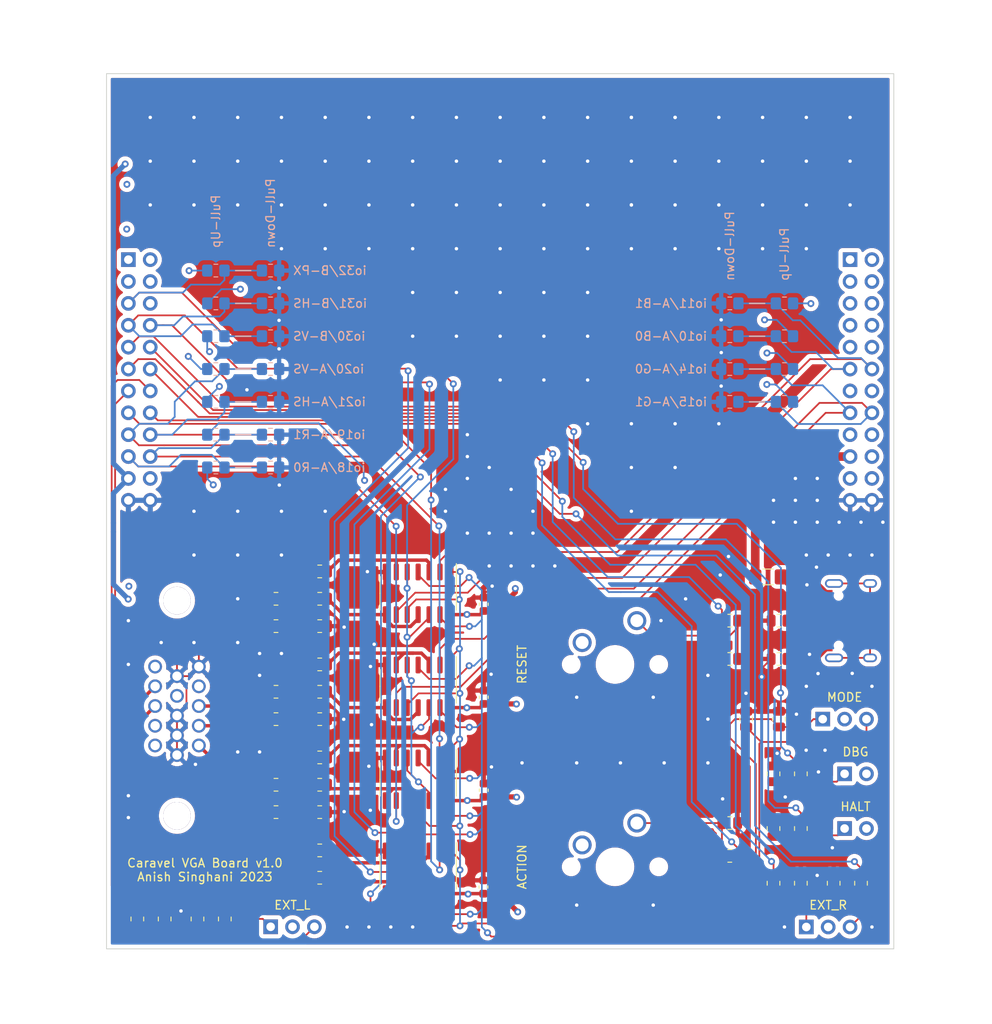
<source format=kicad_pcb>
(kicad_pcb (version 20221018) (generator pcbnew)
  (layers (0 "F.Cu" signal) (1 "In1.Cu" signal) (2 "In2.Cu" signal) (31 "B.Cu" signal) (34 "B.Paste" user) (35 "F.Paste" user) (36 "B.SilkS" user "B.Silkscreen") (37 "F.SilkS" user "F.Silkscreen") (38 "B.Mask" user) (39 "F.Mask" user) (44 "Edge.Cuts" user))
  (net 0 "")
  (net 1 "+3V3")
  (net 2 "GND")
  (net 3 "+5V")
  (net 4 "Net-(F1-Pad2)")
  (net 5 "mprj_io[36]")
  (net 6 "mprj_io[37]")
  (net 7 "mprj_io[34]")
  (net 8 "mprj_io[35]")
  (net 9 "mprj_io[32]")
  (net 10 "mprj_io[33]")
  (net 11 "mprj_io[30]")
  (net 12 "mprj_io[31]")
  (net 13 "mprj_io[28]")
  (net 14 "mprj_io[29]")
  (net 15 "mprj_io[26]")
  (net 16 "mprj_io[27]")
  (net 17 "mprj_io[24]")
  (net 18 "mprj_io[25]")
  (net 19 "mprj_io[22]")
  (net 20 "mprj_io[23]")
  (net 21 "mprj_io[20]")
  (net 22 "mprj_io[21]")
  (net 23 "mprj_io[18]")
  (net 24 "mprj_io[19]")
  (net 25 "gpio")
  (net 26 "mprj_io[0]")
  (net 27 "mprj_io[1]_SDO")
  (net 28 "mprj_io[2]_SDI")
  (net 29 "mprj_io[3]_CSB")
  (net 30 "mprj_io[4]_SCK")
  (net 31 "mprj_io[5]_ser_rx")
  (net 32 "mprj_io[6]_ser_tx")
  (net 33 "mprj_io[7]")
  (net 34 "mprj_io[8]")
  (net 35 "mprj_io[9]")
  (net 36 "mprj_io[10]")
  (net 37 "mprj_io[11]")
  (net 38 "mprj_io[12]")
  (net 39 "mprj_io[13]")
  (net 40 "mprj_io[14]")
  (net 41 "mprj_io[15]")
  (net 42 "mprj_io[16]")
  (net 43 "mprj_io[17]")
  (net 44 "I2C_RSTn")
  (net 45 "I2C_SCL")
  (net 46 "I2C_SDA")
  (net 47 "Net-(J3-CC1)")
  (net 51 "Net-(J3-CC2)")
  (net 55 "unconnected-(J3-SHIELD-PadS1)")
  (net 56 "A_R")
  (net 57 "A_G")
  (net 58 "A_B")
  (net 63 "A_HS")
  (net 64 "A_VS")
  (net 66 "Net-(J5-Pin_1)")
  (net 67 "Net-(J5-Pin_3)")
  (net 68 "Net-(J6-Pin_1)")
  (net 69 "Net-(J6-Pin_3)")
  (net 70 "Net-(JP1-A)")
  (net 71 "Net-(JP2-A)")
  (net 72 "MODE_A")
  (net 73 "MODE_B")
  (net 74 "Net-(R5-Pad2)")
  (net 75 "Net-(R6-Pad2)")
  (net 76 "D_HS")
  (net 77 "D_VS")
  (net 78 "Net-(R51-Pad1)")
  (net 79 "D_R0")
  (net 80 "D_R1")
  (net 81 "Net-(R56-Pad2)")
  (net 82 "D_G0")
  (net 83 "D_G1")
  (net 84 "Net-(R61-Pad2)")
  (net 85 "D_B0")
  (net 86 "D_B1")
  (footprint "Capacitor_SMD:C_0603_1608Metric" (layer "F.Cu") (at 69.18 119.82 90)
    (fp_text reference "C2" hide)
    (fp_text value "1u")
  )
  (footprint "Resistor_SMD:R_0805_2012Metric" (layer "F.Cu") (at 50.165 107.95)
    (fp_text reference "R54" hide)
    (fp_text value "330R")
  )
  (footprint "Resistor_SMD:R_0805_2012Metric" (layer "F.Cu") (at 45.085 97.155 180)
    (fp_text reference "R58" hide)
    (fp_text value "330R")
  )
  (footprint "L77HDE15SD1CH4FVGA:CONN_L77HDE15SD1CH4FVGA_AMP" (layer "F.Cu") (at 22.15515 99.06 90)
    (fp_text reference "J4" hide)
    (fp_text value "VGA_PLUG")
  )
  (footprint "Resistor_SMD:R_0805_2012Metric" (layer "F.Cu") (at 28.98 123.53 -90)
    (fp_text reference "R9" hide)
    (fp_text value "1K")
  )
  (footprint "Connector_PinSocket_2.54mm:PinSocket_1x02_P2.54mm_Vertical" (layer "F.Cu") (at 111.125 106.68 90)
    (fp_text reference "JP1" hide)
    (fp_text value "DBG_JMP")
  )
  (footprint "Resistor_SMD:R_0805_2012Metric" (layer "F.Cu") (at 103.505 100.33 -90)
    (fp_text reference "R67" hide)
    (fp_text value "10K")
  )
  (footprint "Resistor_SMD:R_0805_2012Metric" (layer "F.Cu") (at 45.085 100.33 180)
    (fp_text reference "R59" hide)
    (fp_text value "330R")
  )
  (footprint "Resistor_SMD:R_0805_2012Metric" (layer "F.Cu") (at 97.79 88.9)
    (fp_text reference "R7" hide)
    (fp_text value "1K")
  )
  (footprint "Fuse:Fuse_1206_3216Metric_Pad1.42x1.75mm_HandSolder" (layer "F.Cu") (at 102.235 83.82)
    (fp_text reference "F1" hide)
    (fp_text value "500mA")
  )
  (footprint "Resistor_SMD:R_0805_2012Metric" (layer "F.Cu") (at 45.085 107.95 180)
    (fp_text reference "R52" hide)
    (fp_text value "330R")
  )
  (footprint "Resistor_SMD:R_0805_2012Metric" (layer "F.Cu") (at 50.165 111.125 180)
    (fp_text reference "R53" hide)
    (fp_text value "330R")
  )
  (footprint "Package_SO:SO-14_3.9x8.65mm_P1.27mm" (layer "F.Cu") (at 61.595 85.725 -90)
    (fp_text reference "U5" hide)
    (fp_text value "M74HC126")
  )
  (footprint "Connector_USB:USB_C_Receptacle_HRO_TYPE-C-31-M-12" (layer "F.Cu") (at 113.03 88.9 90)
    (fp_text reference "J3" hide)
    (fp_text value "USB_C_Receptacle_USB2.0")
  )
  (footprint "Resistor_SMD:R_0805_2012Metric" (layer "F.Cu") (at 45.085 89.535 180)
    (fp_text reference "R64" hide)
    (fp_text value "330R")
  )
  (footprint "Capacitor_SMD:C_0603_1608Metric" (layer "F.Cu") (at 69.215 108.585 90)
    (fp_text reference "C3" hide)
    (fp_text value "1u")
  )
  (footprint "Connector_PinSocket_2.54mm:PinSocket_1x02_P2.54mm_Vertical" (layer "F.Cu") (at 111.125 113.03 90)
    (fp_text reference "JP2" hide)
    (fp_text value "HALT_JMP")
  )
  (footprint "Button_Switch_Keyboard:SW_Cherry_MX_1.00u_PCB" (layer "F.Cu") (at 86.995 88.9)
    (fp_text reference "SW2" hide)
    (fp_text value "BTN_RST")
  )
  (footprint "Resistor_SMD:R_0805_2012Metric" (layer "F.Cu") (at 45.085 86.36 180)
    (fp_text reference "R63" hide)
    (fp_text value "330R")
  )
  (footprint "Capacitor_SMD:C_0603_1608Metric" (layer "F.Cu") (at 69.215 86.995 90)
    (fp_text reference "C5" hide)
    (fp_text value "1u")
  )
  (footprint "Resistor_SMD:R_0805_2012Metric" (layer "F.Cu") (at 102.87 106.68 -90)
    (fp_text reference "R3" hide)
    (fp_text value "10K")
  )
  (footprint "Resistor_SMD:R_0805_2012Metric" (layer "F.Cu") (at 50.165 89.535 180)
    (fp_text reference "R61" hide)
    (fp_text value "330R")
  )
  (footprint "Resistor_SMD:R_0805_2012Metric" (layer "F.Cu") (at 45.085 111.125 180)
    (fp_text reference "R51" hide)
    (fp_text value "330R")
  )
  (footprint "Resistor_SMD:R_0805_2012Metric" (layer "F.Cu") (at 50.165 97.155)
    (fp_text reference "R57" hide)
    (fp_text value "330R")
  )
  (footprint "Resistor_SMD:R_0805_2012Metric" (layer "F.Cu") (at 50.165 118.745 180)
    (fp_text reference "R50" hide)
    (fp_text value "100R")
  )
  (footprint "Resistor_SMD:R_0805_2012Metric" (layer "F.Cu") (at 106.045 113.03 -90)
    (fp_text reference "R68" hide)
    (fp_text value "1K")
  )
  (footprint "Resistor_SMD:R_0805_2012Metric" (layer "F.Cu") (at 103.505 88.9)
    (fp_text reference "R2" hide)
    (fp_text value "5.1K")
  )
  (footprint "Resistor_SMD:R_0805_2012Metric" (layer "F.Cu") (at 50.165 83.185)
    (fp_text reference "R65" hide)
    (fp_text value "330R")
  )
  (footprint "Button_Switch_Keyboard:SW_Cherry_MX_1.00u_PCB" (layer "F.Cu") (at 86.995 112.395)
    (fp_text reference "SW1" hide)
    (fp_text value "BTN_ACT")
  )
  (footprint "Connector_PinHeader_2.54mm:PinHeader_2x12_P2.54mm_Vertical" (layer "F.Cu") (at 111.76 46.99)
    (fp_text reference "J2" hide)
    (fp_text value "HDR_RIGHT")
  )
  (footprint "Connector_PinSocket_2.54mm:PinSocket_1x03_P2.54mm_Vertical" (layer "F.Cu") (at 106.68 124.46 90)
    (fp_text reference "J6" hide)
    (fp_text value "P2_HDR")
  )
  (footprint "Connector_PinSocket_2.54mm:PinSocket_1x03_P2.54mm_Vertical" (layer "F.Cu") (at 108.585 100.33 90)
    (fp_text reference "JP3" hide)
    (fp_text value "MODE_JMP")
  )
  (footprint "Resistor_SMD:R_0805_2012Metric" (layer "F.Cu") (at 106.045 119.38 -90)
    (fp_text reference "R13" hide)
    (fp_text value "10K")
  )
  (footprint "Connector_PinSocket_2.54mm:PinSocket_1x03_P2.54mm_Vertical" (layer "F.Cu") (at 44.465 124.435 90)
    (fp_text reference "J5" hide)
    (fp_text value "P1_HDR")
  )
  (footprint "Resistor_SMD:R_0805_2012Metric" (layer "F.Cu") (at 109.855 119.38 -90)
    (fp_text reference "R14" hide)
    (fp_text value "10K")
  )
  (footprint "Resistor_SMD:R_0805_2012Metric" (layer "F.Cu") (at 35.965 123.53 -90)
    (fp_text reference "R11" hide)
    (fp_text value "10K")
  )
  (footprint "Connector_PinHeader_2.54mm:PinHeader_2x12_P2.54mm_Vertical" (layer "F.Cu") (at 27.94 46.99)
    (fp_text reference "J1" hide)
    (fp_text value "HDR_LEFT")
  )
  (footprint "Resistor_SMD:R_0805_2012Metric" (layer "F.Cu") (at 32.155 123.53 -90)
    (fp_text reference "R12" hide)
    (fp_text value "10K")
  )
  (footprint "Resistor_SMD:R_0805_2012Metric" (layer "F.Cu") (at 102.87 119.38 -90)
    (fp_text reference "R15" hide)
    (fp_text value "1K")
  )
  (footprint "Resistor_SMD:R_0805_2012Metric" (layer "F.Cu") (at 97.79 116.205 180)
    (fp_text reference "R8" hide)
    (fp_text value "1K")
  )
  (footprint "Resistor_SMD:R_0805_2012Metric" (layer "F.Cu") (at 106.045 106.68 -90)
    (fp_text reference "R69" hide)
    (fp_text value "1K")
  )
  (footprint "Package_SO:SO-14_3.9x8.65mm_P1.27mm" (layer "F.Cu") (at 61.595 107.315 -90)
    (fp_text reference "U3" hide)
    (fp_text value "M74HC126")
  )
  (footprint "Package_SO:SO-14_3.9x8.65mm_P1.27mm" (layer "F.Cu") (at 61.595 96.52 -90)
    (fp_text reference "U4" hide)
    (fp_text value "M74HC126")
  )
  (footprint "Resistor_SMD:R_0805_2012Metric" (layer "F.Cu") (at 103.505 93.345)
    (fp_text reference "R1" hide)
    (fp_text value "5.1K")
  )
  (footprint "Resistor_SMD:R_0805_2012Metric" (layer "F.Cu") (at 50.165 104.775)
    (fp_text reference "R55" hide)
    (fp_text value "330R")
  )
  (footprint "Resistor_SMD:R_0805_2012Metric" (layer "F.Cu") (at 102.87 113.03 -90)
    (fp_text reference "R4" hide)
    (fp_text value "10K")
  )
  (footprint "Resistor_SMD:R_0805_2012Metric" (layer "F.Cu") (at 50.165 100.33 180)
    (fp_text reference "R56" hide)
    (fp_text value "330R")
  )
  (footprint "Resistor_SMD:R_0805_2012Metric" (layer "F.Cu") (at 113.03 119.38 -90)
    (fp_text reference "R16" hide)
    (fp_text value "1K")
  )
  (footprint "Capacitor_SMD:C_0603_1608Metric" (layer "F.Cu") (at 69.215 97.79 90)
    (fp_text reference "C4" hide)
    (fp_text value "1u")
  )
  (footprint "Resistor_SMD:R_0805_2012Metric" (layer "F.Cu") (at 97.79 93.345)
    (fp_text reference "R5" hide)
    (fp_text value "10K")
  )
  (footprint "Resistor_SMD:R_0805_2012Metric" (layer "F.Cu") (at 50.165 93.98)
    (fp_text reference "R60" hide)
    (fp_text value "330R")
  )
  (footprint "Package_SO:SO-14_3.9x8.65mm_P1.27mm" (layer "F.Cu") (at 61.595 118.11 -90)
    (fp_text reference "U2" hide)
    (fp_text value "M74HC126")
  )
  (footprint "Resistor_SMD:R_0805_2012Metric" (layer "F.Cu") (at 97.79 112.395 180)
    (fp_text reference "R6" hide)
    (fp_text value "10K")
  )
  (footprint "Resistor_SMD:R_0805_2012Metric" (layer "F.Cu") (at 99.695 100.33 -90)
    (fp_text reference "R66" hide)
    (fp_text value "10K")
  )
  (footprint "Resistor_SMD:R_0805_2012Metric" (layer "F.Cu") (at 50.165 86.36)
    (fp_text reference "R62" hide)
    (fp_text value "330R")
  )
  (footprint "Resistor_SMD:R_0805_2012Metric" (layer "F.Cu") (at 39.14 123.53 -90)
    (fp_text reference "R10" hide)
    (fp_text value "1K")
  )
  (footprint "Resistor_SMD:R_0805_2012Metric" (layer "F.Cu") (at 50.165 115.57 180)
    (fp_text reference "R49" hide)
    (fp_text value "100R")
  )
  (footprint "Resistor_SMD:R_0805_2012Metric_Pad1.20x1.40mm_HandSolder" (layer "B.Cu") (at 97.79 55.88)
    (fp_text reference "R48" hide)
    (fp_text value "DNF")
  )
  (footprint "Resistor_SMD:R_0805_2012Metric_Pad1.20x1.40mm_HandSolder" (layer "B.Cu") (at 44.45 59.69 180)
    (fp_text reference "R24" hide)
    (fp_text value "DNF")
  )
  (footprint "Resistor_SMD:R_0805_2012Metric_Pad1.20x1.40mm_HandSolder" (layer "B.Cu") (at 44.45 67.31 180)
    (fp_text reference "R30" hide)
    (fp_text value "DNF")
  )
  (footprint "Resistor_SMD:R_0805_2012Metric_Pad1.20x1.40mm_HandSolder" (layer "B.Cu") (at 104.14 55.88)
    (fp_text reference "R47" hide)
    (fp_text value "DNF")
  )
  (footprint "Resistor_SMD:R_0805_2012Metric_Pad1.20x1.40mm_HandSolder" (layer "B.Cu") (at 38.1 52.07 180)
    (fp_text reference "R17" hide)
    (fp_text value "DNF")
  )
  (footprint "Resistor_SMD:R_0805_2012Metric_Pad1.20x1.40mm_HandSolder" (layer "B.Cu") (at 38.1 67.31 180)
    (fp_text reference "R29" hide)
    (fp_text value "DNF")
  )
  (footprint "Resistor_SMD:R_0805_2012Metric_Pad1.20x1.40mm_HandSolder" (layer "B.Cu") (at 104.14 52.07)
    (fp_text reference "R45" hide)
    (fp_text value "DNF")
  )
  (footprint "Resistor_SMD:R_0805_2012Metric_Pad1.20x1.40mm_HandSolder" (layer "B.Cu") (at 38.1 48.26 180)
    (fp_text reference "R25" hide)
    (fp_text value "DNF")
  )
  (footprint "Resistor_SMD:R_0805_2012Metric_Pad1.20x1.40mm_HandSolder" (layer "B.Cu") (at 104.14 63.5)
    (fp_text reference "R37" hide)
    (fp_text value "DNF")
  )
  (footprint "Resistor_SMD:R_0805_2012Metric_Pad1.20x1.40mm_HandSolder" (layer "B.Cu") (at 44.45 52.07 180)
    (fp_text reference "R18" hide)
    (fp_text value "DNF")
  )
  (footprint "Resistor_SMD:R_0805_2012Metric_Pad1.20x1.40mm_HandSolder" (layer "B.Cu") (at 38.1 63.5 180)
    (fp_text reference "R21" hide)
    (fp_text value "DNF")
  )
  (footprint "Resistor_SMD:R_0805_2012Metric_Pad1.20x1.40mm_HandSolder" (layer "B.Cu") (at 104.14 59.69)
    (fp_text reference "R39" hide)
    (fp_text value "DNF")
  )
  (footprint "Resistor_SMD:R_0805_2012Metric_Pad1.20x1.40mm_HandSolder" (layer "B.Cu") (at 97.79 63.5)
    (fp_text reference "R38" hide)
    (fp_text value "DNF")
  )
  (footprint "Resistor_SMD:R_0805_2012Metric_Pad1.20x1.40mm_HandSolder" (layer "B.Cu") (at 97.79 52.07)
    (fp_text reference "R46" hide)
    (fp_text value "DNF")
  )
  (footprint "Resistor_SMD:R_0805_2012Metric_Pad1.20x1.40mm_HandSolder" (layer "B.Cu") (at 44.45 71.12 180)
    (fp_text reference "R32" hide)
    (fp_text value "DNF")
  )
  (footprint "Resistor_SMD:R_0805_2012Metric_Pad1.20x1.40mm_HandSolder" (layer "B.Cu") (at 44.45 63.5 180)
    (fp_text reference "R22" hide)
    (fp_text value "DNF")
  )
  (footprint "Resistor_SMD:R_0805_2012Metric_Pad1.20x1.40mm_HandSolder" (layer "B.Cu") (at 38.1 59.69 180)
    (fp_text reference "R23" hide)
    (fp_text value "DNF")
  )
  (footprint "Resistor_SMD:R_0805_2012Metric_Pad1.20x1.40mm_HandSolder" (layer "B.Cu") (at 38.1 55.88 180)
    (fp_text reference "R19" hide)
    (fp_text value "DNF")
  )
  (footprint "Resistor_SMD:R_0805_2012Metric_Pad1.20x1.40mm_HandSolder" (layer "B.Cu") (at 97.79 59.69)
    (fp_text reference "R40" hide)
    (fp_text value "DNF")
  )
  (footprint "Resistor_SMD:R_0805_2012Metric_Pad1.20x1.40mm_HandSolder" (layer "B.Cu") (at 44.45 55.88 180)
    (fp_text reference "R20" hide)
    (fp_text value "DNF")
  )
  (footprint "Resistor_SMD:R_0805_2012Metric_Pad1.20x1.40mm_HandSolder" (layer "B.Cu") (at 38.1 71.12 180)
    (fp_text reference "R31" hide)
    (fp_text value "DNF")
  )
  (footprint "Resistor_SMD:R_0805_2012Metric_Pad1.20x1.40mm_HandSolder" (layer "B.Cu") (at 44.45 48.26 180)
    (fp_text reference "R26" hide)
    (fp_text value "DNF")
  )
  (gr_line (start 40.386 55.88) (end 42.164 55.88) (stroke (width 0.15)) (layer "B.SilkS"))
  (gr_line (start 100.076 52.07) (end 101.854 52.07) (stroke (width 0.15)) (layer "B.SilkS"))
  (gr_line (start 40.386 48.26) (end 42.164 48.26) (stroke (width 0.15)) (layer "B.SilkS"))
  (gr_line (start 40.386 71.12) (end 42.164 71.12) (stroke (width 0.15)) (layer "B.SilkS"))
  (gr_line (start 100.076 59.69) (end 101.854 59.69) (stroke (width 0.15)) (layer "B.SilkS"))
  (gr_line (start 100.076 63.5) (end 101.854 63.5) (stroke (width 0.15)) (layer "B.SilkS"))
  (gr_line (start 100.076 55.88) (end 101.854 55.88) (stroke (width 0.15)) (layer "B.SilkS"))
  (gr_line (start 40.386 52.07) (end 42.164 52.07) (stroke (width 0.15)) (layer "B.SilkS"))
  (gr_line (start 40.386 63.5) (end 42.164 63.5) (stroke (width 0.15)) (layer "B.SilkS"))
  (gr_line (start 40.386 67.31) (end 42.164 67.31) (stroke (width 0.15)) (layer "B.SilkS"))
  (gr_line (start 40.386 59.69) (end 42.164 59.69) (stroke (width 0.15)) (layer "B.SilkS"))
  (gr_rect (start 25.4 25.4) (end 116.84 127) (stroke (width 0.1)) (fill none) (layer "Edge.Cuts"))
  (gr_text "io21/A-HS" (at 46.99 63.5) (layer "B.SilkS") (effects (font (size 1 1)) (justify right mirror)))
  (gr_text "io11/A-B1" (at 95.25 52.07) (layer "B.SilkS") (effects (font (size 1 1)) (justify left mirror)))
  (gr_text "io32/B-PX" (at 46.99 48.26) (layer "B.SilkS") (effects (font (size 1 1)) (justify right mirror)))
  (gr_text "io10/A-B0" (at 95.25 55.88) (layer "B.SilkS") (effects (font (size 1 1)) (justify left mirror)))
  (gr_text "io30/B-VS" (at 46.99 55.88) (layer "B.SilkS") (effects (font (size 1 1)) (justify right mirror)))
  (gr_text "Pull-Up" (at 104.14 49.53 90) (layer "B.SilkS") (effects (font (size 1 1)) (justify right mirror)))
  (gr_text "Pull-Down" (at 97.79 49.53 90) (layer "B.SilkS") (effects (font (size 1 1)) (justify right mirror)))
  (gr_text "io14/A-G0" (at 95.25 59.69) (layer "B.SilkS") (effects (font (size 1 1)) (justify left mirror)))
  (gr_text "io18/A-R0" (at 46.99 71.12) (layer "B.SilkS") (effects (font (size 1 1)) (justify right mirror)))
  (gr_text "io19/A-R1" (at 46.99 67.31) (layer "B.SilkS") (effects (font (size 1 1)) (justify right mirror)))
  (gr_text "Pull-Down" (at 44.45 45.72 90) (layer "B.SilkS") (effects (font (size 1 1)) (justify right mirror)))
  (gr_text "io31/B-HS" (at 46.99 52.07) (layer "B.SilkS") (effects (font (size 1 1)) (justify right mirror)))
  (gr_text "io20/A-VS" (at 46.99 59.69) (layer "B.SilkS") (effects (font (size 1 1)) (justify right mirror)))
  (gr_text "io15/A-G1" (at 95.25 63.5) (layer "B.SilkS") (effects (font (size 1 1)) (justify left mirror)))
  (gr_text "Pull-Up" (at 38.1 45.72 90) (layer "B.SilkS") (effects (font (size 1 1)) (justify right mirror)))
  (gr_text "Caravel VGA Board v1.0\nAnish Singhani 2023" (at 36.83 117.84) (layer "F.SilkS") (effects (font (size 1 1))))
  (gr_text "MODE" (at 111.125 97.79) (layer "F.SilkS") (effects (font (size 1 1))))
  (gr_text "RESET" (at 73.66 93.98 90) (layer "F.SilkS") (effects (font (size 1 1))))
  (gr_text "EXT_R" (at 109.22 121.92) (layer "F.SilkS") (effects (font (size 1 1))))
  (gr_text "DBG" (at 112.395 104.14) (layer "F.SilkS") (effects (font (size 1 1))))
  (gr_text "HALT" (at 112.395 110.49) (layer "F.SilkS") (effects (font (size 1 1))))
  (gr_text "EXT_L" (at 46.99 121.92) (layer "F.SilkS") (effects (font (size 1 1))))
  (gr_text "ACTION" (at 73.66 117.475 90) (layer "F.SilkS") (effects (font (size 1 1))))
  (segment (start 69.215 109.36) (end 73 109.36) (width 0.6) (layer "F.Cu") (net 1))
  (segment (start 69.18 120.595) (end 71.045 120.595) (width 0.6) (layer "F.Cu") (net 1))
  (segment (start 73 109.36) (end 73.03 109.39) (width 0.6) (layer "F.Cu") (net 1))
  (segment (start 67.235 98.995) (end 67.25 99.01) (width 0.4) (layer "F.Cu") (net 1))
  (segment (start 65.405 98.995) (end 67.235 98.995) (width 0.4) (layer "F.Cu") (net 1))
  (segment (start 67.4 120.64) (end 67.455 120.585) (width 0.4) (layer "F.Cu") (net 1))
  (segment (start 70.71 87.77) (end 72.88 85.6) (width 0.6) (layer "F.Cu") (net 1))
  (segment (start 68.785 109.79) (end 69.215 109.36) (width 0.4) (layer "F.Cu") (net 1))
  (segment (start 65.405 88.2) (end 67.24 88.2) (width 0.4) (layer "F.Cu") (net 1))
  (segment (start 69.17 120.585) (end 69.18 120.595) (width 0.4) (layer "F.Cu") (net 1))
  (segment (start 71.045 120.595) (end 73.16 122.71) (width 0.6) (layer "F.Cu") (net 1))
  (segment (start 67.24 88.2) (end 67.26 88.18) (width 0.4) (layer "F.Cu") (net 1))
  (segment (start 67.25 99.01) (end 67.265 98.995) (width 0.4) (layer "F.Cu") (net 1))
  (segment (start 67.455 120.585) (end 69.17 120.585) (width 0.4) (layer "F.Cu") (net 1))
  (segment (start 67.26 88.18) (end 67.28 88.2) (width 0.4) (layer "F.Cu") (net 1))
  (segment (start 72.88 85.6) (end 72.88 85.17) (width 0.6) (layer "F.Cu") (net 1))
  (segment (start 69.215 87.77) (end 70.71 87.77) (width 0.6) (layer "F.Cu") (net 1))
  (segment (start 72.995 98.565) (end 73.01 98.58) (width 0.6) (layer "F.Cu") (net 1))
  (segment (start 65.405 109.79) (end 67.29 109.79) (width 0.4) (layer "F.Cu") (net 1))
  (segment (start 67.28 88.2) (end 68.785 88.2) (width 0.4) (layer "F.Cu") (net 1))
  (segment (start 65.405 120.585) (end 67.345 120.585) (width 0.4) (layer "F.Cu") (net 1))
  (segment (start 67.31 109.79) (end 68.785 109.79) (width 0.4) (layer "F.Cu") (net 1))
  (segment (start 68.785 88.2) (end 69.215 87.77) (width 0.4) (layer "F.Cu") (net 1))
  (segment (start 67.345 120.585) (end 67.4 120.64) (width 0.4) (layer "F.Cu") (net 1))
  (segment (start 67.265 98.995) (end 68.785 98.995) (width 0.4) (layer "F.Cu") (net 1))
  (segment (start 67.29 109.79) (end 67.3 109.78) (width 0.4) (layer "F.Cu") (net 1))
  (segment (start 67.3 109.78) (end 67.31 109.79) (width 0.4) (layer "F.Cu") (net 1))
  (segment (start 68.785 98.995) (end 69.215 98.565) (width 0.4) (layer "F.Cu") (net 1))
  (segment (start 69.215 98.565) (end 72.995 98.565) (width 0.6) (layer "F.Cu") (net 1))
  (via (at 38.51 61.71) (size 0.8) (drill 0.4) (layers "F.Cu" "B.Cu") (net 1))
  (via (at 34.99 48.27) (size 0.8) (drill 0.4) (layers "F.Cu" "B.Cu") (net 1))
  (via (at 37.37 57.67) (size 0.8) (drill 0.4) (layers "F.Cu" "B.Cu") (net 1))
  (via (at 27.77 38.25) (size 0.8) (drill 0.4) (layers "F.Cu" "B.Cu") (net 1))
  (via (at 40.95 50.42) (size 0.8) (drill 0.4) (layers "F.Cu" "B.Cu") (net 1))
  (via (at 73.16 122.71) (size 0.8) (drill 0.4) (layers "F.Cu" "B.Cu") (net 1))
  (via (at 67.3 109.78) (size 0.8) (drill 0.4) (layers "F.Cu" "B.Cu") (net 1))
  (via (at 55.372 72.6186) (size 0.8) (drill 0.4) (layers "F.Cu" "B.Cu") (net 1))
  (via (at 67.4 120.64) (size 0.8) (drill 0.4) (layers "F.Cu" "B.Cu") (net 1))
  (via (at 102.09 61.48) (size 0.8) (drill 0.4) (layers "F.Cu" "B.Cu") (net 1))
  (via (at 72.88 85.17) (size 0.8) (drill 0.4) (layers "F.Cu" "B.Cu") (net 1))
  (via (at 27.92 86.4) (size 0.8) (drill 0.4) (layers "F.Cu" "B.Cu") (net 1))
  (via (at 73.03 109.39) (size 0.8) (drill 0.4) (layers "F.Cu" "B.Cu") (net 1))
  (via (at 107.21 52.09) (size 0.8) (drill 0.4) (layers "F.Cu" "B.Cu") (net 1))
  (via (at 67.26 88.18) (size 0.8) (drill 0.4) (layers "F.Cu" "B.Cu") (net 1))
  (via (at 73.01 98.58) (size 0.8) (drill 0.4) (layers "F.Cu" "B.Cu") (net 1))
  (via (at 34.9 58.22) (size 0.8) (drill 0.4) (layers "F.Cu" "B.Cu") (net 1))
  (via (at 28 84.9) (size 0.8) (drill 0.4) (layers "F.Cu" "B.Cu") (net 1))
  (via (at 27.75 43.45) (size 0.8) (drill 0.4) (layers "F.Cu" "B.Cu") (net 1))
  (via (at 27.57 35.89) (size 0.8) (drill 0.4) (layers "F.Cu" "B.Cu") (net 1))
  (via (at 67.25 99.01) (size 0.8) (drill 0.4) (layers "F.Cu" "B.Cu") (net 1))
  (via (at 102.11 57.83) (size 0.8) (drill 0.4) (layers "F.Cu" "B.Cu") (net 1))
  (via (at 37.8 73.13) (size 0.8) (drill 0.4) (layers "F.Cu" "B.Cu") (net 1))
  (via (at 101.83 53.98) (size 0.8) (drill 0.4) (layers "F.Cu" "B.Cu") (net 1))
  (segment (start 103.28 57.83) (end 102.11 57.83) (width 0.2) (layer "B.Cu") (net 1))
  (segment (start 55.27 72.5166) (end 55.372 72.6186) (width 0.2) (layer "B.Cu") (net 1))
  (segment (start 107.19 52.07) (end 107.21 52.09) (width 0.2) (layer "B.Cu") (net 1))
  (segment (start 36.37 59.69) (end 34.9 58.22) (width 0.2) (layer "B.Cu") (net 1))
  (segment (start 35 48.26) (end 34.99 48.27) (width 0.2) (layer "B.Cu") (net 1))
  (segment (start 55.27 71.2) (end 55.27 71.74) (width 0.2) (layer "B.Cu") (net 1))
  (segment (start 46.72 65.98) (end 50.05 65.98) (width 0.2) (layer "B.Cu") (net 1))
  (segment (start 105.14 59.69) (end 103.28 57.83) (width 0.2) (layer "B.Cu") (net 1))
  (segment (start 26.2 70.65) (end 26.2 37.26) (width 0.6) (layer "B.Cu") (net 1))
  (segment (start 37.1 55.88) (end 37.1 57.4) (width 0.2) (layer "B.Cu") (net 1))
  (segment (start 105.14 55.88) (end 103.24 53.98) (width 0.2) (layer "B.Cu") (net 1))
  (segment (start 27.94 72.39) (end 26.2 74.13) (width 0.6) (layer "B.Cu") (net 1))
  (segment (start 37.1 63.12) (end 38.51 61.71) (width 0.2) (layer "B.Cu") (net 1))
  (segment (start 105.14 63.5) (end 103.12 61.48) (width 0.2) (layer "B.Cu") (net 1))
  (segment (start 26.2 77.56) (end 26.2 78.59) (width 0.6) (layer "B.Cu") (net 1))
  (segment (start 27.94 72.39) (end 26.2 70.65) (width 0.6) (layer "B.Cu") (net 1))
  (segment (start 37.1 72.43) (end 37.8 73.13) (width 0.2) (layer "B.Cu") (net 1))
  (segment (start 37.1 71.12) (end 37.1 72.43) (width 0.2) (layer "B.Cu") (net 1))
  (segment (start 26.2 84.68) (end 27.92 86.4) (width 0.6) (layer "B.Cu") (net 1))
  (segment (start 37.1 59.69) (end 36.37 59.69) (width 0.2) (layer "B.Cu") (net 1))
  (segment (start 37.1 48.26) (end 35 48.26) (width 0.2) (layer "B.Cu") (net 1))
  (segment (start 50.05 65.98) (end 55.27 71.2) (width 0.2) (layer "B.Cu") (net 1))
  (segment (start 55.27 71.74) (end 55.27 72.5166) (width 0.2) (layer "B.Cu") (net 1))
  (segment (start 103.12 61.48) (end 102.09 61.48) (width 0.2) (layer "B.Cu") (net 1))
  (segment (start 26.2 78.59) (end 26.2 84.68) (width 0.6) (layer "B.Cu") (net 1))
  (segment (start 37.1 57.4) (end 37.37 57.67) (width 0.2) (layer "B.Cu") (net 1))
  (segment (start 38.75 50.42) (end 40.95 50.42) (width 0.2) (layer "B.Cu") (net 1))
  (segment (start 26.2 37.26) (end 27.57 35.89) (width 0.6) (layer "B.Cu") (net 1))
  (segment (start 37.1 67.31) (end 38.43 65.98) (width 0.2) (layer "B.Cu") (net 1))
  (segment (start 37.1 52.07) (end 38.75 50.42) (width 0.2) (layer "B.Cu") (net 1))
  (segment (start 103.24 53.98) (end 101.83 53.98) (width 0.2) (layer "B.Cu") (net 1))
  (segment (start 37.1 63.5) (end 37.1 63.12) (width 0.2) (layer "B.Cu") (net 1))
  (segment (start 105.14 52.07) (end 107.19 52.07) (width 0.2) (layer "B.Cu") (net 1))
  (segment (start 38.43 65.98) (end 46.72 65.98) (width 0.2) (layer "B.Cu") (net 1))
  (segment (start 26.2 74.13) (end 26.2 77.56) (width 0.6) (layer "B.Cu") (net 1))
  (segment (start 108.04 93.095) (end 108.04 95.04) (width 0.6) (layer "F.Cu") (net 2))
  (segment (start 35.965 122.6175) (end 34.0675 122.6175) (width 0.2) (layer "F.Cu") (net 2))
  (segment (start 108.985 85.65) (end 107.66 85.65) (width 0.6) (layer "F.Cu") (net 2))
  (segment (start 33.58515 104.499499) (end 33.58515 102.209501) (width 0.2) (layer "F.Cu") (net 2))
  (segment (start 105.1875 99.4175) (end 105.53 99.76) (width 0.2) (layer "F.Cu") (net 2))
  (segment (start 33.58515 99.9195) (end 34.68525 98.8194) (width 0.2) (layer "F.Cu") (net 2))
  (segment (start 52.945 111.125) (end 53 111.07) (width 0.2) (layer "F.Cu") (net 2))
  (segment (start 107.9425 118.4675) (end 109.855 118.4675) (width 0.2) (layer "F.Cu") (net 2))
  (segment (start 34.05 122.6) (end 34.0325 122.6175) (width 0.2) (layer "F.Cu") (net 2))
  (segment (start 69.215 85.865) (end 70.19 84.89) (width 0.2) (layer "F.Cu") (net 2))
  (segment (start 102.87 110.73) (end 104.23 109.37) (width 0.2) (layer "F.Cu") (net 2))
  (segment (start 103.505 99.4175) (end 105.1875 99.4175) (width 0.2) (layer "F.Cu") (net 2))
  (segment (start 52.93 100.33) (end 52.95 100.35) (width 0.2) (layer "F.Cu") (net 2))
  (segment (start 108.985 92.15) (end 107.71 92.15) (width 0.6) (layer "F.Cu") (net 2))
  (segment (start 108.985 85.65) (end 107.86 84.525) (width 0.6) (layer "F.Cu") (net 2))
  (segment (start 34.68525 96.439599) (end 33.58515 95.339499) (width 0.2) (layer "F.Cu") (net 2))
  (segment (start 96.8775 93.6225) (end 95.25 95.25) (width 0.2) (layer "F.Cu") (net 2))
  (segment (start 101.5 94.4375) (end 101.5 95.42) (width 0.2) (layer "F.Cu") (net 2))
  (segment (start 69.215 97.015) (end 70.07 96.16) (width 0.2) (layer "F.Cu") (net 2))
  (segment (start 102.5925 93.345) (end 101.5 94.4375) (width 0.2) (layer "F.Cu") (net 2))
  (segment (start 107.86 84.525) (end 107.86 82.69) (width 0.6) (layer "F.Cu") (net 2))
  (segment (start 102.87 112.1175) (end 102.87 110.73) (width 0.2) (layer "F.Cu") (net 2))
  (segment (start 36.12515 94.23) (end 36.12515 92.00515) (width 0.2) (layer "F.Cu") (net 2))
  (segment (start 35.015651 95.339499) (end 36.12515 94.23) (width 0.2) (layer "F.Cu") (net 2))
  (segment (start 107.9375 118.4675) (end 107.94 118.47) (width 0.2) (layer "F.Cu") (net 2))
  (segment (start 106.75 81.35) (end 106.68 81.28) (width 0.6) (layer "F.Cu") (net 2))
  (segment (start 70.11 106.915) (end 70.11 105.88) (width 0.2) (layer "F.Cu") (net 2))
  (segment (start 33.58515 93.27515) (end 31.75 91.44) (width 0.2) (layer "F.Cu") (net 2))
  (segment (start 106.045 118.4675) (end 107.9375 118.4675) (width 0.2) (layer "F.Cu") (net 2))
  (segment (start 98.7025 111.3325) (end 96.96 109.59) (width 0.2) (layer "F.Cu") (net 2))
  (segment (start 69.215 107.81) (end 70.11 106.915) (width 0.2) (layer "F.Cu") (net 2))
  (segment (start 106.75 84.74) (end 106.75 81.35) (width 0.6) (layer "F.Cu") (net 2))
  (segment (start 96.8775 93.345) (end 96.8775 93.6225) (width 0.2) (layer "F.Cu") (net 2))
  (segment (start 102.87 105.7675) (end 102.87 104.72) (width 0.2) (layer "F.Cu") (net 2))
  (segment (start 57.785 115.635) (end 55.135 115.635) (width 0.6) (layer "F.Cu") (net 2))
  (segment (start 55.135 115.635) (end 53 113.5) (width 0.6) (layer "F.Cu") (net 2))
  (segment (start 34.68525 98.8194) (end 34.68525 96.439599) (width 0.2) (layer "F.Cu") (net 2))
  (segment (start 102.87 104.72) (end 103.29 104.3) (width 0.2) (layer "F.Cu") (net 2))
  (segment (start 102.5925 88.9) (end 102.5925 93.345) (width 0.2) (layer "F.Cu") (net 2))
  (segment (start 69.215 86.22) (end 69.215 85.865) (width 0.2) (layer "F.Cu") (net 2))
  (segment (start 107.71 92.15) (end 107.05 92.81) (width 0.6) (layer "F.Cu") (net 2))
  (segment (start 36.12515 92.00515) (end 35.56 91.44) (width 0.2) (layer "F.Cu") (net 2))
  (segment (start 52.885 89.535) (end 53 89.65) (width 0.2) (layer "F.Cu") (net 2))
  (segment (start 98.7025 112.395) (end 98.7025 111.3325) (width 0.2) (layer "F.Cu") (net 2))
  (segment (start 33.58515 102.209501) (end 33.58515 99.9195) (width 0.2) (layer "F.Cu") (net 2))
  (segment (start 34.0675 122.6175) (end 34.05 122.6) (width 0.2) (layer "F.Cu") (net 2))
  (segment (start 107.94 118.47) (end 107.9425 118.4675) (width 0.2) (layer "F.Cu") (net 2))
  (segment (start 53 113.5) (end 53 111.07) (width 0.6) (layer "F.Cu") (net 2))
  (segment (start 51.0775 111.125) (end 52.945 111.125) (width 0.2) (layer "F.Cu") (net 2))
  (segment (start 51.0775 100.33) (end 52.93 100.33) (width 0.2) (layer "F.Cu") (net 2))
  (segment (start 33.58515 104.499499) (end 34.665651 105.58) (width 0.2) (layer "F.Cu") (net 2))
  (segment (start 107.66 85.65) (end 106.75 84.74) (width 0.6) (layer "F.Cu") (net 2))
  (segment (start 99.695 99.4175) (end 103.505 99.4175) (width 0.2) (layer "F.Cu") (net 2))
  (segment (start 33.58515 95.339499) (end 35.015651 95.339499) (width 0.2) (layer "F.Cu") (net 2))
  (segment (start 34.665651 105.58) (end 35.73 105.58) (width 0.2) (layer "F.Cu") (net 2))
  (segment (start 108.985 92.15) (end 108.04 93.095) (width 0.6) (layer "F.Cu") (net 2))
  (segment (start 70.07 96.16) (end 70.07 95.12) (width 0.2) (layer "F.Cu") (net 2))
  (segment (start 33.58515 95.339499) (end 33.58515 93.27515) (width 0.2) (layer "F.Cu") (net 2))
  (segment (start 51.0775 89.535) (end 52.885 89.535) (width 0.2) (layer "F.Cu") (net 2))
  (segment (start 34.0325 122.6175) (end 32.155 122.6175) (width 0.2) (layer "F.Cu") (net 2))
  (via (at 31.75 91.44) (size 0.8) (drill 0.4) (layers "F.Cu" "B.Cu") (net 2))
  (via (at 40.64 91.44) (size 0.8) (drill 0.4) (layers "F.Cu" "B.Cu") (net 2))
  (via (at 107.95 72.39) (size 0.8) (drill 0.4) (layers "F.Cu" "B.Cu") (net 2))
  (via (at 74.93 82.55) (size 0.8) (drill 0.4) (layers "F.Cu" "B.Cu") (net 2))
  (via (at 30.48 35.56) (size 0.8) (drill 0.4) (layers "F.Cu" "B.Cu") (net 2))
  (via (at 43.18 104.14) (size 0.8) (drill 0.4) (layers "F.Cu" "B.Cu") (net 2))
  (via (at 53 89.65) (size 0.8) (drill 0.4) (layers "F.Cu" "B.Cu") (net 2))
  (via (at 64.77 76.2) (size 0.8) (drill 0.4) (layers "F.Cu" "B.Cu") (net 2))
  (via (at 69.85 78.74) (size 0.8) (drill 0.4) (layers "F.Cu" "B.Cu") (net 2))
  (via (at 43.18 92.71) (size 0.8) (drill 0.4) (layers "F.Cu" "B.Cu") (net 2))
  (via (at 91.44 30.48) (size 0.8) (drill 0.4) (layers "F.Cu" "B.Cu") (net 2))
  (via (at 96.79 53.98) (size 0.8) (drill 0.4) (layers "F.Cu" "B.Cu") (net 2))
  (via (at 101.5 95.42) (size 0.8) (drill 0.4) (layers "F.Cu" "B.Cu") (net 2))
  (via (at 114.3 124.46) (size 0.8) (drill 0.4) (layers "F.Cu" "B.Cu") (net 2))
  (via (at 96.52 30.48) (size 0.8) (drill 0.4) (layers "F.Cu" "B.Cu") (net 2))
  (via (at 107.95 77.47) (size 0.8) (drill 0.4) (layers "F.Cu" "B.Cu") (net 2))
  (via (at 76.2 60.96) (size 0.8) (drill 0.4) (layers "F.Cu" "B.Cu") (net 2))
  (via (at 76.2 45.72) (size 0.8) (drill 0.4) (layers "F.Cu" "B.Cu") (net 2))
  (via (at 99.67 97.33) (size 0.8) (drill 0.4) (layers "F.Cu" "B.Cu") (net 2))
  (via (at 56.18 100.97) (size 0.8) (drill 0.4) (layers "F.Cu" "B.Cu") (net 2))
  (via (at 102.87 77.47) (size 0.8) (drill 0.4) (layers "F.Cu" "B.Cu") (net 2))
  (via (at 35.56 40.64) (size 0.8) (drill 0.4) (layers "F.Cu" "B.Cu") (net 2))
  (via (at 89.8 88.89) (size 0.8) (drill 0.4) (layers "F.Cu" "B.Cu") (net 2))
  (via (at 55.88 30.48) (size 0.8) (drill 0.4) (layers "F.Cu" "B.Cu") (net 2))
  (via (at 86.36 71.12) (size 0.8) (drill 0.4) (layers "F.Cu" "B.Cu") (net 2))
  (via (at 69.85 82.55) (size 0.8) (drill 0.4) (layers "F.Cu" "B.Cu") (net 2))
  (via (at 70.07 95.12) (size 0.8) (drill 0.4) (layers "F.Cu" "B.Cu") (net 2))
  (via (at 40.64 104.14) (size 0.8) (drill 0.4) (layers "F.Cu" "B.Cu") (net 2))
  (via (at 27.94 111.76) (size 0.8) (drill 0.4) (layers "F.Cu" "B.Cu") (net 2))
  (via (at 108.85 103.94) (size 0.8) (drill 0.4) (layers "F.Cu" "B.Cu") (net 2))
  (via (at 74.93 76.2) (size 0.8) (drill 0.4) (layers "F.Cu" "B.Cu") (net 2))
  (via (at 107.05 92.81) (size 0.8) (drill 0.4) (layers "F.Cu" "B.Cu") (net 2))
  (via (at 109.22 81.28) (size 0.8) (drill 0.4) (layers "F.Cu" "B.Cu") (net 2))
  (via (at 91.44 40.64) (size 0.8) (drill 0.4) (layers "F.Cu" "B.Cu") (net 2))
  (via (at 101.6 30.48) (size 0.8) (drill 0.4) (layers "F.Cu" "B.Cu") (net 2))
  (via (at 81.28 66.04) (size 0.8) (drill 0.4) (layers "F.Cu" "B.Cu") (net 2))
  (via (at 70.11 105.88) (size 0.8) (drill 0.4) (layers "F.Cu" "B.Cu") (net 2))
  (via (at 107.94 118.47) (size 0.8) (drill 0.4) (layers "F.Cu" "B.Cu") (net 2))
  (via (at 50.8 30.48) (size 0.8) (drill 0.4) (layers "F.Cu" "B.Cu") (net 2))
  (via (at 55.87 105.8) (size 0.8) (drill 0.4) (layers "F.Cu" "B.Cu") (net 2))
  (via (at 71.12 50.8) (size 0.8) (drill 0.4) (layers "F.Cu" "B.Cu") (net 2))
  (via (at 45.72 92.71) (size 0.8) (drill 0.4) (layers "F.Cu" "B.Cu") (net 2))
  (via (at 71.12 35.56) (size 0.8) (drill 0.4) (layers "F.Cu" "B.Cu") (net 2))
  (via (at 86.36 66.04) (size 0.8) (drill 0.4) (layers "F.Cu" "B.Cu") (net 2))
  (via (at 111.76 81.28) (size 0.8) (drill 0.4) (layers "F.Cu" "B.Cu") (net 2))
  (via (at 35.56 91.44) (size 0.8) (drill 0.4) (layers "F.Cu" "B.Cu") (net 2))
  (via (at 109.7 115.26) (size 0.8) (drill 0.4) (layers "F.Cu" "B.Cu") (net 2))
  (via (at 77.47 82.55) (size 0.8) (drill 0.4) (layers "F.Cu" "B.Cu") (net 2))
  (via (at 108.09 106.46) (size 0.8) (drill 0.4) (layers "F.Cu" "B.Cu") (net 2))
  (via (at 45.72 30.48) (size 0.8) (drill 0.4) (layers "F.Cu" "B.Cu") (net 2))
  (via (at 45.72 76.2) (size 0.8) (drill 0.4) (layers "F.Cu" "B.Cu") (net 2))
  (via (at 97.64 81.45) (size 0.8) (drill 0.4) (layers "F.Cu" "B.Cu") (net 2))
  (via (at 52.95 100.35) (size 0.8) (drill 0.4) (layers "F.Cu" "B.Cu") (net 2))
  (via (at 106.66 103.94) (size 0.8) (drill 0.4) (layers "F.Cu" "B.Cu") (net 2))
  (via (at 55.88 45.72) (size 0.8) (drill 0.4) (layers "F.Cu" "B.Cu") (net 2))
  (via (at 86.36 40.64) (size 0.8) (drill 0.4) (layers "F.Cu" "B.Cu") (net 2))
  (via (at 45.47 73.16) (size 0.8) (drill 0.4) (layers "F.Cu" "B.Cu") (net 2))
  (via (at 53.34 124.46) (size 0.8) (drill 0.4) (layers "F.Cu" "B.Cu") (net 2))
  (via (at 81.28 50.8) (size 0.8) (drill 0.4) (layers "F.Cu" "B.Cu") (net 2))
  (via (at 106.68 35.56) (size 0.8) (drill 0.4) (layers "F.Cu" "B.Cu") (net 2))
  (via (at 102.87 74.93) (size 0.8) (drill 0.4) (layers "F.Cu" "B.Cu") (net 2))
  (via (at 40.64 86.36) (size 0.8) (drill 0.4) (layers "F.Cu" "B.Cu") (net 2))
  (via (at 76.2 30.48) (size 0.8) (drill 0.4) (layers "F.Cu" "B.Cu") (net 2))
  (via (at 35.73 105.58) (size 0.8) (drill 0.4) (layers "F.Cu" "B.Cu") (net 2))
  (via (at 45.72 35.56) (size 0.8) (drill 0.4) (layers "F.Cu" "B.Cu") (net 2))
  (via (at 35.56 35.56) (size 0.8) (drill 0.4) (layers "F.Cu" "B.Cu") (net 2))
  (via (at 96.52 35.56) (size 0.8) (drill 0.4) (layers "F.Cu" "B.Cu") (net 2))
  (via (at 81.28 30.48) (size 0.8) (drill 0.4) (layers "F.Cu" "B.Cu") (net 2))
  (via (at 60.96 124.46) (size 0.8) (drill 0.4) (layers "F.Cu" "B.Cu") (net 2))
  (via (at 86.36 30.48) (size 0.8) (drill 0.4) (layers "F.Cu" "B.Cu") (net 2))
  (via (at 81.28 40.64) (size 0.8) (drill 0.4) (layers "F.Cu" "B.Cu") (net 2))
  (via (at 88.9 121.92) (size 0.8) (drill 0.4) (layers "F.Cu" "B.Cu") (net 2))
  (via (at 40.64 40.64) (size 0.8) (drill 0.4) (layers "F.Cu" "B.Cu") (net 2))
  (via (at 95.25 100.33) (size 0.8) (drill 0.4) (layers "F.Cu" "B.Cu") (net 2))
  (via (at 106.68 30.48) (size 0.8) (drill 0.4) (layers "F.Cu" "B.Cu") (net 2))
  (via (at 91.44 45.72) (size 0.8) (drill 0.4) (layers "F.Cu" "B.Cu") (net 2))
  (via (at 111.76 40.64) (size 0.8) (drill 0.4) (layers "F.Cu" "B.Cu") (net 2))
  (via (at 66.04 50.8) (size 0.8) (drill 0.4) (layers "F.Cu" "B.Cu") (net 2))
  (via (at 86.36 30.48) (size 0.8) (drill 0.4) (layers "F.Cu" "B.Cu") (net 2))
  (via (at 35.56 76.2) (size 0.8) (drill 0.4) (layers "F.Cu" "B.Cu") (net 2))
  (via (at 40.64 81.28) (size 0.8) (drill 0.4) (layers "F.Cu" "B.Cu") (net 2))
  (via (at 66.04 30.48) (size 0.8) (drill 0.4) (layers "F.Cu" "B.Cu") (net 2))
  (via (at 43.18 95.25) (size 0.8) (drill 0.4) (layers "F.Cu" "B.Cu") (net 2))
  (via (at 70.19 84.89) (size 0.8) (drill 0.4) (layers "F.Cu" "B.Cu") (net 2))
  (via (at 66.04 55.88) (size 0.8) (drill 0.4) (layers "F.Cu" "B.Cu") (net 2))
  (via (at 67.31 78.74) (size 0.8) (drill 0.4) (layers "F.Cu" "B.Cu") (net 2))
  (via (at 96.79 61.67) (size 0.8) (drill 0.4) (layers "F.Cu" "B.Cu") (net 2))
  (via (at 45.44 57.35) (size 0.8) (drill 0.4) (layers "F.Cu" "B.Cu") (net 2))
  (via (at 96.52 66.04) (size 0.8) (drill 0.4) (layers "F.Cu" "B.Cu") (net 2))
  (via (at 86.36 35.56) (size 0.8) (drill 0.4) (layers "F.Cu" "B.Cu") (net 2))
  (via (at 104.14 124.46) (size 0.8) (drill 0.4) (layers "F.Cu" "B.Cu") (net 2))
  (via (at 69.85 71.12) (size 0.8) (drill 0.4) (layers "F.Cu" "B.Cu") (net 2))
  (via (at 45.44 54.04) (size 0.8) (drill 0.4) (layers "F.Cu" "B.Cu") (net 2))
  (via (at 101.6 45.72) (size 0.8) (drill 0.4) (layers "F.Cu" "B.Cu") (net 2))
  (via (at 55.7 83.21) (size 0.8) (drill 0.4) (layers "F.Cu" "B.Cu") (net 2))
  (via (at 50.8 76.2) (size 0.8) (drill 0.4) (layers "F.Cu" "B.Cu") (net 2))
  (via (at 60.96 30.48) (size 0.8) (drill 0.4) (layers "F.Cu" "B.Cu") (net 2))
  (via (at 55.88 124.46) (size 0.8) (drill 0.4) (layers "F.Cu" "B.Cu") (net 2))
  (via (at 96.8 57.78) (size 0.8) (drill 0.4) (layers "F.Cu" "B.Cu") (net 2))
  (via (at 27.94 93.98) (size 0.8) (drill 0.4) (layers "F.Cu" "B.Cu") (net 2))
  (via (at 50.8 45.72) (size 0.8) (drill 0.4) (layers "F.Cu" "B.Cu") (net 2))
  (via (at 85.09 105.41) (size 0.8) (drill 0.4) (layers "F.Cu" "B.Cu") (net 2))
  (via (at 103.29 104.3) (size 0.8) (drill 0.4) (layers "F.Cu" "B.Cu") (net 2))
  (via (at 40.64 76.2) (size 0.8) (drill 0.4) (layers "F.Cu" "B.Cu") (net 2))
  (via (at 105.41 72.39) (size 0.8) (drill 0.4) (layers "F.Cu" "B.Cu") (net 2))
  (via (at 91.44 66.04) (size 0.8) (drill 0.4) (layers "F.Cu" "B.Cu") (net 2))
  (via (at 50.8 35.56) (size 0.8) (drill 0.4) (layers "F.Cu" "B.Cu") (net 2))
  (via (at 81.28 35.56) (size 0.8) (drill 0.4) (layers "F.Cu" "B.Cu") (net 2))
  (via (at 45.45 50.29) (size 0.8) (drill 0.4) (layers "F.Cu" "B.Cu") (net 2))
  (via (at 95.25 95.25) (size 0.8) (drill 0.4) (layers "F.Cu" "B.Cu") (net 2))
  (via (at 114.3 96.52) (size 0.8) (drill 0.4) (layers "F.Cu" "B.Cu") (net 2))
  (via (at 35.56 81.28) (size 0.8) (drill 0.4) (layers "F.Cu" "B.Cu") (net 2))
  (via (at 80.01 121.92) (size 0.8) (drill 0.4) (layers "F.Cu" "B.Cu") (net 2))
  (via (at 73.66 105.41) (size 0.8) (drill 0.4) (layers "F.Cu" "B.Cu") (net 2))
  (via (at 80.01 97.79) (size 0.8) (drill 0.4) (layers "F.Cu" "B.Cu") (net 2))
  (via (at 64.77 73.66) (size 0.8) (drill 0.4) (layers "F.Cu" "B.Cu") (net 2))
  (via (at 56.49 91.64) (size 0.8) (drill 0.4) (layers "F.Cu" "B.Cu") (net 2))
  (via (at 50.8 40.64) (size 0.8) (drill 0.4) (layers "F.Cu" "B.Cu") (net 2))
  (via (at 27.94 88.9) (size 0.8) (drill 0.4) (layers "F.Cu" "B.Cu") (net 2))
  (via (at 105.53 99.76) (size 0.8) (drill 0.4) (layers "F.Cu" "B.Cu") (net 2))
  (via (at 90.17 105.41) (size 0.8) (drill 0.4) (layers "F.Cu" "B.Cu") (net 2))
  (via (at 81.28 45.72) (size 0.8) (drill 0.4) (layers "F.Cu" "B.Cu") (net 2))
  (via (at 110.49 77.47) (size 0.8) (drill 0.4) (layers "F.Cu" "B.Cu") (net 2))
  (via (at 60.96 40.64) (size 0.8) (drill 0.4) (layers "F.Cu" "B.Cu") (net 2))
  (via (at 67.31 69.85) (size 0.8) (drill 0.4) (layers "F.Cu" "B.Cu") (net 2))
  (via (at 60.96 45.72) (size 0.8) (drill 0.4) (layers "F.Cu" "B.Cu") (net 2))
  (via (at 92.66 86.37) (size 0.8) (drill 0.4) (layers "F.Cu" "B.Cu") (net 2))
  (via (at 81.28 55.88) (size 0.8) (drill 0.4) (layers "F.Cu" "B.Cu") (net 2))
  (via (at 96.96 109.59) (size 0.8) (drill 0.4) (layers "F.Cu" "B.Cu") (net 2))
  (via (at 30.48 40.64) (size 0.8) (drill 0.4) (layers "F.Cu" "B.Cu") (net 2))
  (via (at 67.31 72.39) (size 0.8) (drill 0.4) (layers "F.Cu" "B.Cu") (net 2))
  (via (at 101.6 35.56) (size 0.8) (drill 0.4) (layers "F.Cu" "B.Cu") (net 2))
  (via (at 30.48 30.48) (size 0.8) (drill 0.4) (layers "F.Cu" "B.Cu") (net 2))
  (via (at 60.96 55.88) (size 0.8) (drill 0.4) (layers "F.Cu" "B.Cu") (net 2))
  (via (at 66.04 35.56) (size 0.8) (drill 0.4) (layers "F.Cu" "B.Cu") (net 2))
  (via (at 55.88 35.56) (size 0.8) (drill 0.4) (layers "F.Cu" "B.Cu") (net 2))
  (via (at 60.96 35.56) (size 0.8) (drill 0.4) (layers "F.Cu" "B.Cu") (net 2))
  (via (at 71.12 40.64) (size 0.8) (drill 0.4) (layers "F.Cu" "B.Cu") (net 2))
  (via (at 104.23 109.37) (size 0.8) (drill 0.4) (layers "F.Cu" "B.Cu") (net 2))
  (via (at 58.42 124.46) (size 0.8) (drill 0.4) (layers "F.Cu" "B.Cu") (net 2))
  (via (at 80.01 105.41) (size 0.8) (drill 0.4) (layers "F.Cu" "B.Cu") (net 2))
  (via (at 86.36 76.2) (size 0.8) (drill 0.4) (layers "F.Cu" "B.Cu") (net 2))
  (via (at 86.36 40.64) (size 0.8) (drill 0.4) (layers "F.Cu" "B.Cu") (net 2))
  (via (at 66.04 45.72) (size 0.8) (drill 0.4) (layers "F.Cu" "B.Cu") (net 2))
  (via (at 86.36 45.72) (size 0.8) (drill 0.4) (layers "F.Cu" "B.Cu") (net 2))
  (via (at 40.64 30.48) (size 0.8) (drill 0.4) (layers "F.Cu" "B.Cu") (net 2))
  (via (at 111.76 30.48) (size 0.8) (drill 0.4) (layers "F.Cu" "B.Cu") (net 2))
  (via (at 76.2 55.88) (size 0.8) (drill 0.4) (layers "F.Cu" "B.Cu") (net 2))
  (via (at 107.86 82.69) (size 0.8) (drill 0.4) (layers "F.Cu" "B.Cu") (net 2))
  (via (at 115.57 77.47) (size 0.8) (drill 0.4) (layers "F.Cu" "B.Cu") (net 2))
  (via (at 106.68 40.64) (size 0.8) (drill 0.4) (layers "F.Cu" "B.Cu") (net 2))
  (via (at 53 111.07) (size 0.8) (drill 0.4) (layers "F.Cu" "B.Cu") (net 2))
  (via (at 66.04 40.64) (size 0.8) (drill 0.4) (layers "F.Cu" "B.Cu") (net 2))
  (via (at 45.72 40.64) (size 0.8) (drill 0.4) (layers "F.Cu" "B.Cu") (net 2))
  (via (at 56.04 110.91) (size 0.8) (drill 0.4) (layers "F.Cu" "B.Cu") (net 2))
  (via (at 72.39 82.55) (size 0.8) (drill 0.4) (layers "F.Cu" "B.Cu") (net 2))
  (via (at 45.72 45.72) (size 0.8) (drill 0.4) (layers "F.Cu" "B.Cu") (net 2))
  (via (at 35.56 30.48) (size 0.8) (drill 0.4) (layers "F.Cu" "B.Cu") (net 2))
  (via (at 91.44 35.56) (size 0.8) (drill 0.4) (layers "F.Cu" "B.Cu") (net 2))
  (via (at 76.2 35.56) (size 0.8) (drill 0.4) (layers "F.Cu" "B.Cu") (net 2))
  (via (at 34.05 122.6) (size 0.8) (drill 0.4) (layers "F.Cu" "B.Cu") (net 2))
  (via (at 71.12 55.88) (size 0.8) (drill 0.4) (layers "F.Cu" "B.Cu") (net 2))
  (via (at 71.12 30.48) (size 0.8) (drill 0.4) (layers "F.Cu" "B.Cu") (net 2))
  (via (at 101.6 40.64) (size 0.8) (drill 0.4) (layers "F.Cu" "B.Cu") (net 2))
  (via (at 41.71 62.1) (size 0.8) (drill 0.4) (layers "F.Cu" "B.Cu") (net 2))
  (via (at 105.41 74.93) (size 0.8) (drill 0.4) (layers "F.Cu" "B.Cu") (net 2))
  (via (at 106.68 45.72) (size 0.8) (drill 0.4) (layers "F.Cu" "B.Cu") (net 2))
  (via (at 105.41 77.47) (size 0.8) (drill 0.4) (layers "F.Cu" "B.Cu") (net 2))
  (via (at 95.25 105.41) (size 0.8) (drill 0.4) (layers "F.Cu" "B.Cu") (net 2))
  (via (at 27.94 109.22) (size 0.8) (drill 0.4) (layers "F.Cu" "B.Cu") (net 2))
  (via (at 106.68 81.28) (size 0.8) (drill 0.4) (layers "F.Cu" "B.Cu") (net 2))
  (via (at 113.03 77.47) (size 0.8) (drill 0.4) (layers "F.Cu" "B.Cu") (net 2))
  (via (at 96.52 40.64) (size 0.8) (drill 0.4) (layers "F.Cu" "B.Cu") (net 2))
  (via (at 76.2 40.64) (size 0.8) (drill 0.4) (layers "F.Cu" "B.Cu") (net 2))
  (via (at 72.39 73.66) (size 0.8) (drill 0.4) (layers "F.Cu" "B.Cu") (net 2))
  (via (at 74.93 78.74) (size 0.8) (drill 0.4) (layers "F.Cu" "B.Cu") (net 2))
  (via (at 114.3 81.28) (size 0.8) (drill 0.4) (layers "F.Cu" "B.Cu") (net 2))
  (via (at 40.64 35.56) (size 0.8) (drill 0.4) (layers "F.Cu" "B.Cu") (net 2))
  (via (at 81.28 60.96) (size 0.8) (drill 0.4) (layers "F.Cu" "B.Cu") (net 2))
  (via (at 71.12 45.72) (size 0.8) (drill 0.4) (layers "F.Cu" "B.Cu") (net 2))
  (via (at 91.44 71.12) (size 0.8) (drill 0.4) (layers "F.Cu" "B.Cu") (net 2))
  (via (at 108.04 95.04) (size 0.8) (drill 0.4) (layers "F.Cu" "B.Cu") (net 2))
  (via (at 112.01 95.02) (size 0.8) (drill 0.4) (layers "F.Cu" "B.Cu") (net 2))
  (via (at 71.12 60.96) (size 0.8) (drill 0.4) (layers "F.Cu" "B.Cu") (net 2))
  (via (at 96.68 83.6) (size 0.8) (drill 0.4) (layers "F.Cu" "B.Cu") (net 2))
  (via (at 88.9 97.79) (size 0.8) (drill 0.4) (layers "F.Cu" "B.Cu") (net 2))
  (via (at 106.68 96.52) (size 0.8) (drill 0.4) (layers "F.Cu" "B.Cu") (net 2))
  (via (at 111.76 35.56) (size 0.8) (drill 0.4) (layers "F.Cu" "B.Cu") (net 2))
  (via (at 67.31 67.31) (size 0.8) (drill 0.4) (layers "F.Cu" "B.Cu") (net 2))
  (via (at 106.75 84.74) (size 0.8) (drill 0.4) (layers "F.Cu" "B.Cu") (net 2))
  (via (at 96.52 45.72) (size 0.8) (drill 0.4) (layers "F.Cu" "B.Cu") (net 2))
  (via (at 72.39 78.74) (size 0.8) (drill 0.4) (layers "F.Cu" "B.Cu") (net 2))
  (via (at 107.95 74.93) (size 0.8) (drill 0.4) (layers "F.Cu" "B.Cu") (net 2))
  (via (at 91.44 30.48) (size 0.8) (drill 0.4) (layers "F.Cu" "B.Cu") (net 2))
  (via (at 60.96 50.8) (size 0.8) (drill 0.4) (layers "F.Cu" "B.Cu") (net 2))
  (via (at 45.72 81.28) (size 0.8) (drill 0.4) (layers "F.Cu" "B.Cu") (net 2))
  (via (at 56.06 94.22) (size 0.8) (drill 0.4) (layers "F.Cu" "B.Cu") (net 2))
  (via (at 76.2 50.8) (size 0.8) (drill 0.4) (layers "F.Cu" "B.Cu") (net 2))
  (via (at 55.88 40.64) (size 0.8) (drill 0.4) (layers "F.Cu" "B.Cu") (net 2))
  (segment (start 44.33 62.1) (end 41.71 62.1) (width 0.2) (layer "B.Cu") (net 2))
  (segment (start 96.79 61.67) (end 96.79 63.5) (width 0.2) (layer "B.Cu") (net 2))
  (segment (start 45.45 48.26) (end 45.45 50.29) (width 0.2) (layer "B.Cu") (net 2))
  (segment (start 45.44 57.35) (end 45.45 57.36) (width 0.2) (layer "B.Cu") (net 2))
  (segment (start 45.45 55.88) (end 45.45 57.34) (width 0.2) (layer "B.Cu") (net 2))
  (segment (start 96.79 55.88) (end 96.79 57.77) (width 0.2) (layer "B.Cu") (net 2))
  (segment (start 45.45 61.95) (end 45.44 61.96) (width 0.2) (layer "B.Cu") (net 2))
  (segment (start 27.94 77.39) (end 31.83 81.28) (width 0.6) (layer "B.Cu") (net 2))
  (segment (start 45.45 50.29) (end 45.45 52.07) (width 0.2) (layer "B.Cu") (net 2))
  (segment (start 30.48 79.93) (end 31.83 81.28) (width 0.6) (layer "B.Cu") (net 2))
  (segment (start 96.79 52.07) (end 96.79 53.98) (width 0.2) (layer "B.Cu") (net 2))
  (segment (start 45.45 67.31) (end 45.45 71.12) (width 0.2) (layer "B.Cu") (net 2))
  (segment (start 45.44 54.04) (end 45.45 54.05) (width 0.2) (layer "B.Cu") (net 2))
  (segment (start 30.48 74.93) (end 34.29 74.93) (width 0.6) (layer "B.Cu") (net 2))
  (segment (start 34.29 74.93) (end 35.56 76.2) (width 0.6) (layer "B.Cu") (net 2))
  (segment (start 45.45 73.14) (end 45.47 73.16) (width 0.2) (layer "B.Cu") (net 2))
  (segment (start 45.45 54.05) (end 45.45 55.88) (width 0.2) (layer "B.Cu") (net 2))
  (segment (start 45.45 52.07) (end 45.45 54.03) (width 0.2) (layer "B.Cu") (net 2))
  (segment (start 96.79 57.79) (end 96.79 59.69) (width 0.2) (layer "B.Cu") (net 2))
  (segment (start 45.45 54.03) (end 45.44 54.04) (width 0.2) (layer "B.Cu") (net 2))
  (segment (start 45.45 60.98) (end 44.33 62.1) (width 0.2) (layer "B.Cu") (net 2))
  (segment (start 45.45 57.36) (end 45.45 59.69) (width 0.2) (layer "B.Cu") (net 2))
  (segment (start 96.79 57.77) (end 96.8 57.78) (width 0.2) (layer "B.Cu") (net 2))
  (segment (start 31.83 81.28) (end 35.56 81.28) (width 0.6) (layer "B.Cu") (net 2))
  (segment (start 30.48 74.93) (end 30.48 79.93) (width 0.6) (layer "B.Cu") (net 2))
  (segment (start 96.79 59.69) (end 96.79 61.67) (width 0.2) (layer "B.Cu") (net 2))
  (segment (start 96.8 57.78) (end 96.79 57.79) (width 0.2) (layer "B.Cu") (net 2))
  (segment (start 45.45 57.34) (end 45.44 57.35) (width 0.2) (layer "B.Cu") (net 2))
  (segment (start 45.44 61.96) (end 45.45 61.97) (width 0.2) (layer "B.Cu") (net 2))
  (segment (start 96.79 53.98) (end 96.79 55.88) (width 0.2) (layer "B.Cu") (net 2))
  (segment (start 45.45 60.98) (end 45.45 61.95) (width 0.2) (layer "B.Cu") (net 2))
  (segment (start 27.94 74.93) (end 27.94 77.39) (width 0.6) (layer "B.Cu") (net 2))
  (segment (start 45.45 61.97) (end 45.45 63.5) (width 0.2) (layer "B.Cu") (net 2))
  (segment (start 27.94 74.93) (end 30.48 74.93) (width 0.6) (layer "B.Cu") (net 2))
  (segment (start 45.45 71.12) (end 45.45 73.14) (width 0.2) (layer "B.Cu") (net 2))
  (segment (start 45.45 59.69) (end 45.45 60.98) (width 0.2) (layer "B.Cu") (net 2))
  (segment (start 105.93 69.85) (end 111.76 69.85) (width 1) (layer "F.Cu") (net 3))
  (segment (start 100.7475 83.82) (end 100.7475 75.0325) (width 1) (layer "F.Cu") (net 3))
  (segment (start 100.7475 75.0325) (end 105.93 69.85) (width 1) (layer "F.Cu") (net 3))
  (segment (start 109.773984 86.45) (end 110.14 86.816016) (width 0.4) (layer "F.Cu") (net 4))
  (segment (start 108.985 86.45) (end 109.773984 86.45) (width 0.4) (layer "F.Cu") (net 4))
  (segment (start 106.3525 86.45) (end 103.7225 83.82) (width 0.6) (layer "F.Cu") (net 4))
  (segment (start 109.773984 91.35) (end 110.14 90.983984) (width 0.4) (layer "F.Cu") (net 4))
  (segment (start 108.985 86.45) (end 106.3525 86.45) (width 0.6) (layer "F.Cu") (net 4))
  (segment (start 110.14 86.816016) (end 110.14 90.983984) (width 0.4) (layer "F.Cu") (net 4))
  (segment (start 108.985 91.35) (end 109.773984 91.35) (width 0.4) (layer "F.Cu") (net 4))
  (segment (start 62.865 108.845) (end 61.63 107.61) (width 0.2) (layer "F.Cu") (net 9))
  (segment (start 60.325 85.125) (end 60.31 85.14) (width 0.2) (layer "F.Cu") (net 9))
  (segment (start 62.865 88.2) (end 62.865 88.541396) (width 0.2) (layer "F.Cu") (net 9))
  (segment (start 60.325 104.84) (end 60.325 106.305) (width 0.2) (layer "F.Cu") (net 9))
  (segment (start 62.62 58.35) (end 65.68 61.41) (width 0.2) (layer "F.Cu") (net 9))
  (segment (start 60.596396 90.81) (end 60.31 90.81) (width 0.2) (layer "F.Cu") (net 9))
  (segment (start 34.14 50.81) (end 41.68 58.35) (width 0.2) (layer "F.Cu") (net 9))
  (segment (start 62.865 98.995) (end 62.865 98.2045) (width 0.2) (layer "F.Cu") (net 9))
  (segment (start 41.68 58.35) (end 62.62 58.35) (width 0.2) (layer "F.Cu") (net 9))
  (segment (start 60.325 83.25) (end 60.325 85.125) (width 0.2) (layer "F.Cu") (net 9))
  (segment (start 62.865 109.79) (end 62.865 108.845) (width 0.2) (layer "F.Cu") (net 9))
  (segment (start 60.325 106.305) (end 61.63 107.61) (width 0.2) (layer "F.Cu") (net 9))
  (segment (start 29.2 50.81) (end 34.14 50.81) (width 0.2) (layer "F.Cu") (net 9))
  (segment (start 27.94 52.07) (end 29.2 50.81) (width 0.2) (layer "F.Cu") (net 9))
  (segment (start 62.865 88.541396) (end 60.596396 90.81) (width 0.2) (layer "F.Cu") (net 9))
  (segment (start 62.865 98.995) (end 62.865 100.335) (width 0.2) (layer "F.Cu") (net 9))
  (segment (start 60.325 94.045) (end 60.325 95.385) (width 0.2) (layer "F.Cu") (net 9))
  (segment (start 62.865 100.335) (end 61.92 101.28) (width 0.2) (layer "F.Cu") (net 9))
  (segment (start 60.325 95.385) (end 60.81 95.87) (width 0.2) (layer "F.Cu") (net 9))
  (via (at 60.81 95.87) (size 0.8) (drill 0.4) (layers "F.Cu" "B.Cu") (net 9))
  (via (at 61.92 101.28) (size 0.8) (drill 0.4) (layers "F.Cu" "B.Cu") (net 9))
  (via (at 65.68 61.41) (size 0.8) (drill 0.4) (layers "F.Cu" "B.Cu") (net 9))
  (via (at 60.31 90.81) (size 0.8) (drill 0.4) (layers "F.Cu" "B.Cu") (net 9))
  (via (at 60.31 85.14) (size 0.8) (drill 0.4) (layers "F.Cu" "B.Cu") (net 9))
  (via (at 61.63 107.61) (size 0.8) (drill 0.4) (layers "F.Cu" "B.Cu") (net 9))
  (segment (start 65.68 70.14) (end 65.68 61.41) (width 0.2) (layer "B.Cu") (net 9))
  (segment (start 39.1 49.36) (end 39.1 48.26) (width 0.2) (layer "B.Cu") (net 9))
  (segment (start 29.2 50.81) (end 34.28 50.81) (width 0.2) (layer "B.Cu") (net 9))
  (segment (start 60.31 85.14) (end 60.31 75.51) (width 0.2) (layer "B.Cu") (net 9))
  (segment (start 60.81 102.06) (end 60.81 106.79) (width 0.2) (layer "B.Cu") (net 9))
  (segment (start 61.59 101.28) (end 60.81 102.06) (width 0.2) (layer "B.Cu") (net 9))
  (segment (start 60.81 106.79) (end 61.63 107.61) (width 0.2) (layer "B.Cu") (net 9))
  (segment (start 35.2 49.89) (end 38.57 49.89) (width 0.2) (layer "B.Cu") (net 9))
  (segment (start 60.31 75.51) (end 63.46 72.36) (width 0.2) (layer "B.Cu") (net 9))
  (segment (start 60.31 95.37) (end 60.81 95.87) (width 0.2) (layer "B.Cu") (net 9))
  (segment (start 63.46 72.36) (end 65.68 70.14) (width 0.2) (layer "B.Cu") (net 9))
  (segment (start 60.81 95.87) (end 60.81 102.06) (width 0.2) (layer "B.Cu") (net 9))
  (segment (start 38.57 49.89) (end 39.1 49.36) (width 0.2) (layer "B.Cu") (net 9))
  (segment (start 61.92 101.28) (end 61.59 101.28) (width 0.2) (layer "B.Cu") (net 9))
  (segment (start 27.94 52.07) (end 29.2 50.81) (width 0.2) (layer "B.Cu") (net 9))
  (segment (start 34.28 50.81) (end 35.2 49.89) (width 0.2) (layer "B.Cu") (net 9))
  (segment (start 39.1 48.26) (end 43.45 48.26) (width 0.2) (layer "B.Cu") (net 9))
  (segment (start 60.31 85.14) (end 60.31 95.37) (width 0.2) (layer "B.Cu") (net 9))
  (segment (start 62.08 118.07) (end 56.04 118.07) (width 0.2) (layer "F.Cu") (net 11))
  (segment (start 62.865 118.855) (end 62.08 118.07) (width 0.2) (layer "F.Cu") (net 11))
  (segment (start 60.43 59.9) (end 60.185 59.655) (width 0.2) (layer "F.Cu") (net 11))
  (segment (start 62.865 120.585) (end 62.865 118.855) (width 0.2) (layer "F.Cu") (net 11))
  (segment (start 34.5 53.46) (end 34.5 53.5) (width 0.2) (layer "F.Cu") (net 11))
  (segment (start 60.185 59.655) (end 60.185 59.645) (width 0.2) (layer "F.Cu") (net 11))
  (segment (start 29.09 53.46) (end 34.5 53.46) (width 0.2) (layer "F.Cu") (net 11))
  (segment (start 34.5 53.5) (end 40.645 59.645) (width 0.2) (layer "F.Cu") (net 11))
  (segment (start 40.645 59.645) (end 60.185 59.645) (width 0.2) (layer "F.Cu") (net 11))
  (segment (start 27.94 54.61) (end 29.09 53.46) (width 0.2) (layer "F.Cu") (net 11))
  (via (at 60.43 59.9) (size 0.8) (drill 0.4) (layers "F.Cu" "B.Cu") (net 11))
  (via (at 56.04 118.07) (size 0.8) (drill 0.4) (layers "F.Cu" "B.Cu") (net 11))
  (segment (start 56.04 118.07) (end 51.89 113.92) (width 0.2) (layer "B.Cu") (net 11))
  (segment (start 27.94 54.61) (end 29.21 55.88) (width 0.2) (layer "B.Cu") (net 11))
  (segment (start 29.21 55.88) (end 34.03 55.88) (width 0.2) (layer "B.Cu") (net 11))
  (segment (start 51.89 77.41) (end 60.43 68.87) (width 0.2) (layer "B.Cu") (net 11))
  (segment (start 35.39 54.52) (end 37.74 54.52) (width 0.2) (layer "B.Cu") (net 11))
  (segment (start 34.03 55.88) (end 35.39 54.52) (width 0.2) (layer "B.Cu") (net 11))
  (segment (start 37.74 54.52) (end 39.1 55.88) (width 0.2) (layer "B.Cu") (net 11))
  (segment (start 60.43 68.87) (end 60.43 59.9) (width 0.2) (layer "B.Cu") (net 11))
  (segment (start 51.89 113.92) (end 51.89 77.41) (width 0.2) (layer "B.Cu") (net 11))
  (segment (start 39.1 55.88) (end 43.45 55.88) (width 0.2) (layer "B.Cu") (net 11))
  (segment (start 31.89 54.61) (end 32.08 54.61) (width 0.2) (layer "F.Cu") (net 12))
  (segment (start 54.17 61.24) (end 62.71 61.24) (width 0.2) (layer "F.Cu") (net 12))
  (segment (start 38.6 60.2) (end 39.64 61.24) (width 0.2) (layer "F.Cu") (net 12))
  (segment (start 39.64 61.24) (end 54.17 61.24) (width 0.2) (layer "F.Cu") (net 12))
  (segment (start 62.71 61.24) (end 62.91 61.44) (width 0.2) (layer "F.Cu") (net 12))
  (segment (start 60.325 113.825) (end 60.01 113.51) (width 0.2) (layer "F.Cu") (net 12))
  (segment (start 60.325 115.635) (end 60.325 113.825) (width 0.2) (layer "F.Cu") (net 12))
  (segment (start 30.48 54.61) (end 31.89 54.61) (width 0.2) (layer "F.Cu") (net 12))
  (segment (start 33.01 54.61) (end 38.6 60.2) (width 0.2) (layer "F.Cu") (net 12))
  (segment (start 32.88 54.61) (end 33.01 54.61) (width 0.2) (layer "F.Cu") (net 12))
  (segment (start 60.01 113.51) (end 56.58 113.51) (width 0.2) (layer "F.Cu") (net 12))
  (segment (start 31.89 54.61) (end 32.88 54.61) (width 0.2) (layer "F.Cu") (net 12))
  (via (at 62.91 61.44) (size 0.8) (drill 0.4) (layers "F.Cu" "B.Cu") (net 12))
  (via (at 56.58 113.51) (size 0.8) (drill 0.4) (layers "F.Cu" "B.Cu") (net 12))
  (segment (start 43.45 52.07) (end 39.1 52.07) (width 0.2) (layer "B.Cu") (net 12))
  (segment (start 56.58 113.51) (end 54.19 111.12) (width 0.2) (layer "B.Cu") (net 12))
  (segment (start 39.1 52.07) (end 39.1 53.03) (width 0.2) (layer "B.Cu") (net 12))
  (segment (start 54.19 111.12) (end 54.19 77.73) (width 0.2) (layer "B.Cu") (net 12))
  (segment (start 34.28 53.59) (end 33.26 54.61) (width 0.2) (layer "B.Cu") (net 12))
  (segment (start 54.19 77.73) (end 62.91 69.01) (width 0.2) (layer "B.Cu") (net 12))
  (segment (start 62.91 69.01) (end 62.91 61.44) (width 0.2) (layer "B.Cu") (net 12))
  (segment (start 39.1 53.03) (end 38.54 53.59) (width 0.2) (layer "B.Cu") (net 12))
  (segment (start 33.26 54.61) (end 30.48 54.61) (width 0.2) (layer "B.Cu") (net 12))
  (segment (start 38.54 53.59) (end 34.28 53.59) (width 0.2) (layer "B.Cu") (net 12))
  (segment (start 30.866346 55.91) (end 37.613173 62.656827) (width 0.2) (layer "F.Cu") (net 13))
  (segment (start 37.613173 62.656827) (end 37.726346 62.77) (width 0.2) (layer "F.Cu") (net 13))
  (segment (start 29.18 55.91) (end 30.866346 55.91) (width 0.2) (layer "F.Cu") (net 13))
  (segment (start 106.045 111.215) (end 105.46 110.63) (width 0.2) (layer "F.Cu") (net 13))
  (segment (start 106.045 112.1175) (end 106.045 111.215) (width 0.2) (layer "F.Cu") (net 13))
  (segment (start 76.76 64.05) (end 79.67 66.96) (width 0.2) (layer "F.Cu") (net 13))
  (segment (start 27.94 57.15) (end 29.18 55.91) (width 0.2) (layer "F.Cu") (net 13))
  (segment (start 39.006346 64.05) (end 76.76 64.05) (width 0.2) (layer "F.Cu") (net 13))
  (segment (start 37.613173 62.656827) (end 39.006346 64.05) (width 0.2) (layer "F.Cu") (net 13))
  (via (at 105.46 110.63) (size 0.8) (drill 0.4) (layers "F.Cu" "B.Cu") (net 13))
  (via (at 79.67 66.96) (size 0.8) (drill 0.4) (layers "F.Cu" "B.Cu") (net 13))
  (segment (start 97.33 79.46) (end 84.5 79.46) (width 0.2) (layer "B.Cu") (net 13))
  (segment (start 103.03 110.63) (end 105.46 110.63) (width 0.2) (layer "B.Cu") (net 13))
  (segment (start 102.26 84.88) (end 102.26 84.34) (width 0.2) (layer "B.Cu") (net 13))
  (segment (start 84.5 79.46) (end 79.67 74.63) (width 0.2) (layer "B.Cu") (net 13))
  (segment (start 102.26 84.34) (end 102.21 84.34) (width 0.2) (layer "B.Cu") (net 13))
  (segment (start 102.26 109.86) (end 103.03 110.63) (width 0.2) (layer "B.Cu") (net 13))
  (segment (start 79.67 74.63) (end 79.67 66.96) (width 0.2) (layer "B.Cu") (net 13))
  (segment (start 102.26 84.88) (end 102.26 109.86) (width 0.2) (layer "B.Cu") (net 13))
  (segment (start 102.21 84.34) (end 97.33 79.46) (width 0.2) (layer "B.Cu") (net 13))
  (segment (start 30.48 57.15) (end 37.78 64.45) (width 0.2) (layer "F.Cu") (net 14))
  (segment (start 37.78 64.45) (end 74.69 64.45) (width 0.2) (layer "F.Cu") (net 14))
  (segment (start 106.0075 105.7675) (end 104.5 104.26) (width 0.2) (layer "F.Cu") (net 14))
  (segment (start 74.69 64.45) (end 80.76 70.52) (width 0.2) (layer "F.Cu") (net 14))
  (segment (start 106.045 105.7675) (end 106.0075 105.7675) (width 0.2) (layer "F.Cu") (net 14))
  (via (at 103.68 97.28) (size 0.8) (drill 0.4) (layers "F.Cu" "B.Cu") (net 14))
  (via (at 104.5 104.26) (size 0.8) (drill 0.4) (layers "F.Cu" "B.Cu") (net 14))
  (via (at 80.76 70.52) (size 0.8) (drill 0.4) (layers "F.Cu" "B.Cu") (net 14))
  (segment (start 84.8 77.66) (end 80.76 73.62) (width 0.2) (layer "B.Cu") (net 14))
  (segment (start 103.73 97.53) (end 103.73 103.49) (width 0.2) (layer "B.Cu") (net 14))
  (segment (start 103.73 83.81) (end 103.73 97.05) (width 0.2) (layer "B.Cu") (net 14))
  (segment (start 103.73 97.05) (end 103.49 97.29) (width 0.2) (layer "B.Cu") (net 14))
  (segment (start 103.49 97.29) (end 103.73 97.53) (width 0.2) (layer "B.Cu") (net 14))
  (segment (start 80.76 73.62) (end 80.76 70.52) (width 0.2) (layer "B.Cu") (net 14))
  (segment (start 103.73 82.94) (end 103.73 82.78) (width 0.2) (layer "B.Cu") (net 14))
  (segment (start 99.29 78.34) (end 98.61 77.66) (width 0.2) (layer "B.Cu") (net 14))
  (segment (start 103.73 82.78) (end 99.29 78.34) (width 0.2) (layer "B.Cu") (net 14))
  (segment (start 103.73 103.49) (end 104.5 104.26) (width 0.2) (layer "B.Cu") (net 14))
  (segment (start 98.61 77.66) (end 84.8 77.66) (width 0.2) (layer "B.Cu") (net 14))
  (segment (start 103.73 83.81) (end 103.73 82.94) (width 0.2) (layer "B.Cu") (net 14))
  (segment (start 37.38 64.85) (end 72.54 64.85) (width 0.2) (layer "F.Cu") (net 15))
  (segment (start 36.04 63.51) (end 37.38 64.85) (width 0.2) (layer "F.Cu") (net 15))
  (segment (start 27.94 59.69) (end 29.09 58.54) (width 0.2) (layer "F.Cu") (net 15))
  (segment (start 96.8775 88.9) (end 96.8775 87.6475) (width 0.2) (layer "F.Cu") (net 15))
  (segment (start 31.07 58.54) (end 36.04 63.51) (width 0.2) (layer "F.Cu") (net 15))
  (segment (start 96.8775 87.6475) (end 96.44 87.21) (width 0.2) (layer "F.Cu") (net 15))
  (segment (start 72.54 64.85) (end 77.22 69.53) (width 0.2) (layer "F.Cu") (net 15))
  (segment (start 29.09 58.54) (end 31.07 58.54) (width 0.2) (layer "F.Cu") (net 15))
  (segment (start 36.04 63.51) (end 36.1 63.57) (width 0.2) (layer "F.Cu") (net 15))
  (via (at 96.44 87.21) (size 0.8) (drill 0.4) (layers "F.Cu" "B.Cu") (net 15))
  (via (at 77.22 69.53) (size 0.8) (drill 0.4) (layers "F.Cu" "B.Cu") (net 15))
  (segment (start 77.34 77.56) (end 77.22 77.44) (width 0.2) (layer "B.Cu") (net 15))
  (segment (start 77.22 77.44) (end 77.22 69.53) (width 0.2) (layer "B.Cu") (net 15))
  (segment (start 96.44 87.21) (end 93.07 83.84) (width 0.2) (layer "B.Cu") (net 15))
  (segment (start 83.62 83.84) (end 77.34 77.56) (width 0.2) (layer "B.Cu") (net 15))
  (segment (start 93.07 83.84) (end 83.62 83.84) (width 0.2) (layer "B.Cu") (net 15))
  (segment (start 36.04 65.25) (end 30.48 59.69) (width 0.2) (layer "F.Cu") (net 16))
  (segment (start 75.99 70.53) (end 70.71 65.25) (width 0.2) (layer "F.Cu") (net 16))
  (segment (start 98.7025 115.2725) (end 98 114.57) (width 0.2) (layer "F.Cu") (net 16))
  (segment (start 75.99 70.58) (end 75.99 70.53) (width 0.2) (layer "F.Cu") (net 16))
  (segment (start 70.71 65.25) (end 36.04 65.25) (width 0.2) (layer "F.Cu") (net 16))
  (segment (start 98.7025 116.205) (end 98.7025 115.2725) (width 0.2) (layer "F.Cu") (net 16))
  (via (at 98 114.57) (size 0.8) (drill 0.4) (layers "F.Cu" "B.Cu") (net 16))
  (via (at 75.99 70.58) (size 0.8) (drill 0.4) (layers "F.Cu" "B.Cu") (net 16))
  (segment (start 83.74 85.58) (end 75.99 77.83) (width 0.2) (layer "B.Cu") (net 16))
  (segment (start 93.37 109.94) (end 98 114.57) (width 0.2) (layer "B.Cu") (net 16))
  (segment (start 93.37 89.55) (end 91.31 87.49) (width 0.2) (layer "B.Cu") (net 16))
  (segment (start 93.37 109.94) (end 93.37 89.55) (width 0.2) (layer "B.Cu") (net 16))
  (segment (start 91.31 87.49) (end 89.4 85.58) (width 0.2) (layer "B.Cu") (net 16))
  (segment (start 75.99 77.83) (end 75.99 70.58) (width 0.2) (layer "B.Cu") (net 16))
  (segment (start 89.4 85.58) (end 85.14 85.58) (width 0.2) (layer "B.Cu") (net 16))
  (segment (start 85.14 85.58) (end 83.74 85.58) (width 0.2) (layer "B.Cu") (net 16))
  (segment (start 39.14 122.2) (end 37.8 120.86) (width 0.2) (layer "F.Cu") (net 17))
  (segment (start 26.4 119.471814) (end 26.4 63.77) (width 0.2) (layer "F.Cu") (net 17))
  (segment (start 39.14 122.6175) (end 39.14 122.2) (width 0.2) (layer "F.Cu") (net 17))
  (segment (start 26.4 63.77) (end 27.94 62.23) (width 0.2) (layer "F.Cu") (net 17))
  (segment (start 27.788186 120.86) (end 26.4 119.471814) (width 0.2) (layer "F.Cu") (net 17))
  (segment (start 37.8 120.86) (end 27.788186 120.86) (width 0.2) (layer "F.Cu") (net 17))
  (segment (start 28.98 122.6175) (end 26 119.6375) (width 0.2) (layer "F.Cu") (net 18))
  (segment (start 26 61.65) (end 26.69 60.96) (width 0.2) (layer "F.Cu") (net 18))
  (segment (start 26.69 60.96) (end 29.21 60.96) (width 0.2) (layer "F.Cu") (net 18))
  (segment (start 26 119.6375) (end 26 61.65) (width 0.2) (layer "F.Cu") (net 18))
  (segment (start 29.21 60.96) (end 30.48 62.23) (width 0.2) (layer "F.Cu") (net 18))
  (segment (start 113.03 118.4675) (end 113.03 117.63) (width 0.2) (layer "F.Cu") (net 19))
  (segment (start 78.05 76.5) (end 79.93 76.5) (width 0.2) (layer "F.Cu") (net 19))
  (segment (start 27.94 64.77) (end 29.22 66.05) (width 0.2) (layer "F.Cu") (net 19))
  (segment (start 29.22 66.05) (end 67.6 66.05) (width 0.2) (layer "F.Cu") (net 19))
  (segment (start 67.6 66.05) (end 78.05 76.5) (width 0.2) (layer "F.Cu") (net 19))
  (segment (start 113.03 117.63) (end 112.27 116.87) (width 0.2) (layer "F.Cu") (net 19))
  (via (at 79.93 76.5) (size 0.8) (drill 0.4) (layers "F.Cu" "B.Cu") (net 19))
  (via (at 112.27 116.87) (size 0.8) (drill 0.4) (layers "F.Cu" "B.Cu") (net 19))
  (segment (start 104.89 116.87) (end 112.27 116.87) (width 0.2) (layer "B.Cu") (net 19))
  (segment (start 100.72 88.52) (end 100.72 112.7) (width 0.2) (layer "B.Cu") (net 19))
  (segment (start 100.72 88.52) (end 100.72 85.86) (width 0.2) (layer "B.Cu") (net 19))
  (segment (start 84.77 81.34) (end 79.93 76.5) (width 0.2) (layer "B.Cu") (net 19))
  (segment (start 96.2 81.34) (end 84.77 81.34) (width 0.2) (layer "B.Cu") (net 19))
  (segment (start 100.72 85.86) (end 96.2 81.34) (width 0.2) (layer "B.Cu") (net 19))
  (segment (start 100.72 112.7) (end 104.89 116.87) (width 0.2) (layer "B.Cu") (net 19))
  (segment (start 102.87 117.08) (end 102.64 116.85) (width 0.2) (layer "F.Cu") (net 20))
  (segment (start 102.87 118.4675) (end 102.87 117.08) (width 0.2) (layer "F.Cu") (net 20))
  (segment (start 68.95 65.65) (end 78.34 75.04) (width 0.2) (layer "F.Cu") (net 20))
  (segment (start 31.36 65.65) (end 68.95 65.65) (width 0.2) (layer "F.Cu") (net 20))
  (segment (start 30.48 64.77) (end 31.36 65.65) (width 0.2) (layer "F.Cu") (net 20))
  (via (at 102.64 116.85) (size 0.8) (drill 0.4) (layers "F.Cu" "B.Cu") (net 20))
  (via (at 78.34 75.04) (size 0.8) (drill 0.4) (layers "F.Cu" "B.Cu") (net 20))
  (segment (start 93.82 82.41) (end 83.9 82.41) (width 0.2) (layer "B.Cu") (net 20))
  (segment (start 94.02 82.61) (end 93.82 82.41) (width 0.2) (layer "B.Cu") (net 20))
  (segment (start 98.48 87.07) (end 98.48 87.19) (width 0.2) (layer "B.Cu") (net 20))
  (segment (start 83.9 82.41) (end 79.64 78.15) (width 0.2) (layer "B.Cu") (net 20))
  (segment (start 78.34 76.85) (end 78.34 75.04) (width 0.2) (layer "B.Cu") (net 20))
  (segment (start 98.48 87.19) (end 98.48 112.69) (width 0.2) (layer "B.Cu") (net 20))
  (segment (start 79.64 78.15) (end 78.34 76.85) (width 0.2) (layer "B.Cu") (net 20))
  (segment (start 98.48 87.07) (end 94.02 82.61) (width 0.2) (layer "B.Cu") (net 20))
  (segment (start 98.48 112.69) (end 102.64 116.85) (width 0.2) (layer "B.Cu") (net 20))
  (segment (start 56.06 121.85) (end 56.06 120.61) (width 0.2) (layer "F.Cu") (net 21))
  (segment (start 56.7 122.49) (end 56.06 121.85) (width 0.2) (layer "F.Cu") (net 21))
  (segment (start 59.055 121.975) (end 58.54 122.49) (width 0.2) (layer "F.Cu") (net 21))
  (segment (start 27.94 67.31) (end 29.17 68.54) (width 0.2) (layer "F.Cu") (net 21))
  (segment (start 58.54 122.49) (end 56.7 122.49) (width 0.2) (layer "F.Cu") (net 21))
  (segment (start 59 120.64) (end 59.055 120.585) (width 0.2) (layer "F.Cu") (net 21))
  (segment (start 59.055 120.585) (end 59.055 121.975) (width 0.2) (layer "F.Cu") (net 21))
  (segment (start 29.17 68.54) (end 32.1 68.54) (width 0.2) (layer "F.Cu") (net 21))
  (segment (start 58.17 68.54) (end 61.85 72.22) (width 0.2) (layer "F.Cu") (net 21))
  (segment (start 32.1 68.54) (end 58.17 68.54) (width 0.2) (layer "F.Cu") (net 21))
  (via (at 61.85 72.22) (size 0.8) (drill 0.4) (layers "F.Cu" "B.Cu") (net 21))
  (via (at 56.06 120.61) (size 0.8) (drill 0.4) (layers "F.Cu" "B.Cu") (net 21))
  (segment (start 33.32 65.24) (end 33.32 63.48) (width 0.2) (layer "B.Cu") (net 21))
  (segment (start 37.68 61.11) (end 39.1 59.69) (width 0.2) (layer "B.Cu") (net 21))
  (segment (start 33.32 63.48) (end 35.69 61.11) (width 0.2) (layer "B.Cu") (net 21))
  (segment (start 29.21 66.04) (end 32.52 66.04) (width 0.2) (layer "B.Cu") (net 21))
  (segment (start 43.45 59.69) (end 39.1 59.69) (width 0.2) (layer "B.Cu") (net 21))
  (segment (start 35.69 61.11) (end 37.68 61.11) (width 0.2) (layer "B.Cu") (net 21))
  (segment (start 61.81 72.22) (end 57.28 76.75) (width 0.2) (layer "B.Cu") (net 21))
  (segment (start 57.28 119.39) (end 56.06 120.61) (width 0.2) (layer "B.Cu") (net 21))
  (segment (start 27.94 67.31) (end 29.21 66.04) (width 0.2) (layer "B.Cu") (net 21))
  (segment (start 61.85 72.22) (end 61.81 72.22) (width 0.2) (layer "B.Cu") (net 21))
  (segment (start 57.28 76.75) (end 57.28 119.39) (width 0.2) (layer "B.Cu") (net 21))
  (segment (start 32.52 66.04) (end 33.32 65.24) (width 0.2) (layer "B.Cu") (net 21))
  (segment (start 30.48 67.31) (end 59.06 67.31) (width 0.2) (layer "F.Cu") (net 22))
  (segment (start 63.1 71.35) (end 63.1 74.89) (width 0.2) (layer "F.Cu") (net 22))
  (segment (start 64.09 117.83) (end 64.09 115.68) (width 0.2) (layer "F.Cu") (net 22))
  (segment (start 59.06 67.31) (end 63.1 71.35) (width 0.2) (layer "F.Cu") (net 22))
  (segment (start 64.09 115.68) (end 64.135 115.635) (width 0.2) (layer "F.Cu") (net 22))
  (via (at 63.1 74.89) (size 0.8) (drill 0.4) (layers "F.Cu" "B.Cu") (net 22))
  (via (at 64.09 117.83) (size 0.8) (drill 0.4) (layers "F.Cu" "B.Cu") (net 22))
  (segment (start 39.1 64.73) (end 39.1 63.5) (width 0.2) (layer "B.Cu") (net 22))
  (segment (start 34.79 65.55) (end 38.28 65.55) (width 0.2) (layer "B.Cu") (net 22))
  (segment (start 30.48 67.31) (end 33.03 67.31) (width 0.2) (layer "B.Cu") (net 22))
  (segment (start 63.1 116.84) (end 64.09 117.83) (width 0.2) (layer "B.Cu") (net 22))
  (segment (start 39.1 63.5) (end 43.45 63.5) (width 0.2) (layer "B.Cu") (net 22))
  (segment (start 38.28 65.55) (end 39.1 64.73) (width 0.2) (layer "B.Cu") (net 22))
  (segment (start 63.1 74.89) (end 63.1 116.84) (width 0.2) (layer "B.Cu") (net 22))
  (segment (start 33.03 67.31) (end 34.79 65.55) (width 0.2) (layer "B.Cu") (net 22))
  (segment (start 27.94 69.85) (end 29.09 71) (width 0.2) (layer "F.Cu") (net 23))
  (segment (start 59.05 112.2) (end 59.05 109.795) (width 0.2) (layer "F.Cu") (net 23))
  (segment (start 29.09 71) (end 52.1 71) (width 0.2) (layer "F.Cu") (net 23))
  (segment (start 52.1 71) (end 59.04 77.94) (width 0.2) (layer "F.Cu") (net 23))
  (segment (start 59.05 109.795) (end 59.055 109.79) (width 0.2) (layer "F.Cu") (net 23))
  (via (at 59.04 77.94) (size 0.8) (drill 0.4) (layers "F.Cu" "B.Cu") (net 23))
  (via (at 59.05 112.2) (size 0.8) (drill 0.4) (layers "F.Cu" "B.Cu") (net 23))
  (segment (start 59.04 77.94) (end 59.04 112.19) (width 0.2) (layer "B.Cu") (net 23))
  (segment (start 34.03 69.65) (end 37.63 69.65) (width 0.2) (layer "B.Cu") (net 23))
  (segment (start 29.09 71) (end 32.68 71) (width 0.2) (layer "B.Cu") (net 23))
  (segment (start 37.63 69.65) (end 39.1 71.12) (width 0.2) (layer "B.Cu") (net 23))
  (segment (start 43.45 71.12) (end 39.1 71.12) (width 0.2) (layer "B.Cu") (net 23))
  (segment (start 59.04 112.19) (end 59.05 112.2) (width 0.2) (layer "B.Cu") (net 23))
  (segment (start 27.94 69.85) (end 29.09 71) (width 0.2) (layer "B.Cu") (net 23))
  (segment (start 32.68 71) (end 34.03 69.65) (width 0.2) (layer "B.Cu") (net 23))
  (segment (start 64.08 102.6) (end 64.08 104.785) (width 0.2) (layer "F.Cu") (net 24))
  (segment (start 30.48 69.85) (end 55.95 69.85) (width 0.2) (layer "F.Cu") (net 24))
  (segment (start 64.08 104.785) (end 64.135 104.84) (width 0.2) (layer "F.Cu") (net 24))
  (segment (start 55.95 69.85) (end 64 77.9) (width 0.2) (layer "F.Cu") (net 24))
  (via (at 64 77.9) (size 0.8) (drill 0.4) (layers "F.Cu" "B.Cu") (net 24))
  (via (at 64.08 102.6) (size 0.8) (drill 0.4) (layers "F.Cu" "B.Cu") (net 24))
  (segment (start 30.48 69.85) (end 31.46 68.87) (width 0.2) (layer "B.Cu") (net 24))
  (segment (start 64 77.9) (end 64.08 77.98) (width 0.2) (layer "B.Cu") (net 24))
  (segment (start 37.54 68.87) (end 39.1 67.31) (width 0.2) (layer "B.Cu") (net 24))
  (segment (start 64.08 77.98) (end 64.08 102.6) (width 0.2) (layer "B.Cu") (net 24))
  (segment (start 31.46 68.87) (end 37.54 68.87) (width 0.2) (layer "B.Cu") (net 24))
  (segment (start 39.1 67.31) (end 43.45 67.31) (width 0.2) (layer "B.Cu") (net 24))
  (segment (start 61.263604 85.65) (end 67.35 85.65) (width 0.2) (layer "F.Cu") (net 36))
  (segment (start 109.53 59.69) (end 111.76 59.69) (width 0.2) (layer "F.Cu") (net 36))
  (segment (start 69.06 83.94) (end 85.28 83.94) (width 0.2) (layer "F.Cu") (net 36))
  (segment (start 59.055 87.858604) (end 61.263604 85.65) (width 0.2) (layer "F.Cu") (net 36))
  (segment (start 67.35 85.65) (end 69.06 83.94) (width 0.2) (layer "F.Cu") (net 36))
  (segment (start 85.28 83.94) (end 109.53 59.69) (width 0.2) (layer "F.Cu") (net 36))
  (segment (start 59.055 88.2) (end 59.055 87.858604) (width 0.2) (layer "F.Cu") (net 36))
  (segment (start 107.79 57.71) (end 109.77 59.69) (width 0.2) (layer "B.Cu") (net 36))
  (segment (start 104.97 57.71) (end 107.79 57.71) (width 0.2) (layer "B.Cu") (net 36))
  (segment (start 103.14 55.88) (end 104.97 57.71) (width 0.2) (layer "B.Cu") (net 36))
  (segment (start 98.79 55.88) (end 103.14 55.88) (width 0.2) (layer "B.Cu") (net 36))
  (segment (start 109.77 59.69) (end 111.76 59.69) (width 0.2) (layer "B.Cu") (net 36))
  (segment (start 64.135 81.935) (end 65.14 80.93) (width 0.2) (layer "F.Cu") (net 37))
  (segment (start 64.135 83.25) (end 64.135 81.935) (width 0.2) (layer "F.Cu") (net 37))
  (segment (start 113.15 58.54) (end 114.3 59.69) (width 0.2) (layer "F.Cu") (net 37))
  (segment (start 107.12 58.54) (end 113.15 58.54) (width 0.2) (layer "F.Cu") (net 37))
  (segment (start 84.73 80.93) (end 107.12 58.54) (width 0.2) (layer "F.Cu") (net 37))
  (segment (start 65.14 80.93) (end 84.73 80.93) (width 0.2) (layer "F.Cu") (net 37))
  (segment (start 105.98 54.03) (end 105.1 54.03) (width 0.2) (layer "B.Cu") (net 37))
  (segment (start 103.14 52.07) (end 98.79 52.07) (width 0.2) (layer "B.Cu") (net 37))
  (segment (start 110.37 58.42) (end 105.98 54.03) (width 0.2) (layer "B.Cu") (net 37))
  (segment (start 114.3 59.69) (end 113.03 58.42) (width 0.2) (layer "B.Cu") (net 37))
  (segment (start 105.1 54.03) (end 103.14 52.07) (width 0.2) (layer "B.Cu") (net 37))
  (segment (start 113.03 58.42) (end 110.37 58.42) (width 0.2) (layer "B.Cu") (net 37))
  (segment (start 59.055 97.313604) (end 59.788604 96.58) (width 0.2) (layer "F.Cu") (net 40))
  (segment (start 108.93 64.77) (end 111.76 64.77) (width 0.2) (layer "F.Cu") (net 40))
  (segment (start 59.788604 96.58) (end 66.52 96.58) (width 0.2) (layer "F.Cu") (net 40))
  (segment (start 59.055 98.995) (end 59.055 97.313604) (width 0.2) (layer "F.Cu") (net 40))
  (segment (start 76.57 86.53) (end 87.17 86.53) (width 0.2) (layer "F.Cu") (net 40))
  (segment (start 66.52 96.58) (end 76.57 86.53) (width 0.2) (layer "F.Cu") (net 40))
  (segment (start 87.17 86.53) (end 108.93 64.77) (width 0.2) (layer "F.Cu") (net 40))
  (segment (start 108.57 61.58) (end 105.03 61.58) (width 0.2) (layer "B.Cu") (net 40))
  (segment (start 98.79 59.69) (end 103.14 59.69) (width 0.2) (layer "B.Cu") (net 40))
  (segment (start 105.03 61.58) (end 103.14 59.69) (width 0.2) (layer "B.Cu") (net 40))
  (segment (start 111.76 64.77) (end 108.57 61.58) (width 0.2) (layer "B.Cu") (net 40))
  (segment (start 64.135 92.175) (end 65.3 91.01) (width 0.2) (layer "F.Cu") (net 41))
  (segment (start 65.3 91.01) (end 69.26 91.01) (width 0.2) (layer "F.Cu") (net 41))
  (segment (start 64.135 94.045) (end 64.135 92.175) (width 0.2) (layer "F.Cu") (net 41))
  (segment (start 86.64 85.18) (end 108.2 63.62) (width 0.2) (layer "F.Cu") (net 41))
  (segment (start 69.26 91.01) (end 75.09 85.18) (width 0.2) (layer "F.Cu") (net 41))
  (segment (start 75.09 85.18) (end 86.64 85.18) (width 0.2) (layer "F.Cu") (net 41))
  (segment (start 108.2 63.62) (end 113.15 63.62) (width 0.2) (layer "F.Cu") (net 41))
  (segment (start 113.15 63.62) (end 114.3 64.77) (width 0.2) (layer "F.Cu") (net 41))
  (segment (start 105.71 66.07) (end 103.14 63.5) (width 0.2) (layer "B.Cu") (net 41))
  (segment (start 113 66.07) (end 105.71 66.07) (width 0.2) (layer "B.Cu") (net 41))
  (segment (start 114.3 64.77) (end 113 66.07) (width 0.2) (layer "B.Cu") (net 41))
  (segment (start 103.14 63.5) (end 98.79 63.5) (width 0.2) (layer "B.Cu") (net 41))
  (segment (start 107.6125 90.15) (end 104.4175 93.345) (width 0.2) (layer "F.Cu") (net 47))
  (segment (start 108.985 90.15) (end 107.6125 90.15) (width 0.2) (layer "F.Cu") (net 47))
  (segment (start 108.985 87.15) (end 106.1675 87.15) (width 0.2) (layer "F.Cu") (net 51))
  (segment (start 106.1675 87.15) (end 104.4175 88.9) (width 0.2) (layer "F.Cu") (net 51))
  (segment (start 114.08 84.58) (end 114.08 93.22) (width 0.2) (layer "F.Cu") (net 55))
  (segment (start 109.9 84.58) (end 114.08 84.58) (width 0.2) (layer "F.Cu") (net 55))
  (segment (start 114.08 93.22) (end 109.9 93.22) (width 0.2) (layer "F.Cu") (net 55))
  (segment (start 44.1725 107.95) (end 40.685151 107.95) (width 0.4) (layer "F.Cu") (net 56))
  (segment (start 44.1725 111.125) (end 44.1725 107.95) (width 0.4) (layer "F.Cu") (net 56))
  (segment (start 40.685151 107.95) (end 36.12515 103.389999) (width 0.4) (layer "F.Cu") (net 56))
  (segment (start 47.3475 104.775) (end 44.1725 107.95) (width 0.4) (layer "F.Cu") (net 56))
  (segment (start 49.2525 104.775) (end 47.3475 104.775) (width 0.4) (layer "F.Cu") (net 56))
  (segment (start 44.1725 100.33) (end 43.402499 101.100001) (width 0.4) (layer "F.Cu") (net 57))
  (segment (start 49.2525 93.98) (end 47.3475 93.98) (width 0.4) (layer "F.Cu") (net 57))
  (segment (start 43.402499 101.100001) (end 36.12515 101.100001) (width 0.4) (layer "F.Cu") (net 57))
  (segment (start 44.1725 97.155) (end 44.1725 100.33) (width 0.4) (layer "F.Cu") (net 57))
  (segment (start 47.3475 93.98) (end 44.1725 97.155) (width 0.4) (layer "F.Cu") (net 57))
  (segment (start 41.61 96.62) (end 41.61 92.0975) (width 0.4) (layer "F.Cu") (net 58))
  (segment (start 44.1725 89.535) (end 44.1725 86.36) (width 0.4) (layer "F.Cu") (net 58))
  (segment (start 41.61 92.0975) (end 44.1725 89.535) (width 0.4) (layer "F.Cu") (net 58))
  (segment (start 39.42 98.81) (end 41.61 96.62) (width 0.4) (layer "F.Cu") (net 58))
  (segment (start 47.3475 83.185) (end 49.2525 83.185) (width 0.4) (layer "F.Cu") (net 58))
  (segment (start 36.12515 98.81) (end 39.42 98.81) (width 0.4) (layer "F.Cu") (net 58))
  (segment (start 44.1725 86.36) (end 47.3475 83.185) (width 0.4) (layer "F.Cu") (net 58))
  (segment (start 29.44 104.96) (end 29.44 100.41515) (width 0.4) (layer "F.Cu") (net 63))
  (segment (start 29.44 100.41515) (end 31.04515 98.81) (width 0.4) (layer "F.Cu") (net 63))
  (segment (start 31.42 106.94) (end 29.44 104.96) (width 0.4) (layer "F.Cu") (net 63))
  (segment (start 35.89 106.94) (end 44.52 115.57) (width 0.4) (layer "F.Cu") (net 63))
  (segment (start 44.52 115.57) (end 49.2525 115.57) (width 0.4) (layer "F.Cu") (net 63))
  (segment (start 31.42 106.94) (end 35.89 106.94) (width 0.4) (layer "F.Cu") (net 63))
  (segment (start 30.88 107.95) (end 28.53 105.6) (width 0.4) (layer "F.Cu") (net 64))
  (segment (start 28.53 105.6) (end 28.53 99.03515) (width 0.4) (layer "F.Cu") (net 64))
  (segment (start 34.66 107.95) (end 30.88 107.95) (width 0.4) (layer "F.Cu") (net 64))
  (segment (start 45.455 118.745) (end 34.66 107.95) (width 0.4) (layer "F.Cu") (net 64))
  (segment (start 28.53 99.03515) (end 31.04515 96.52) (width 0.4) (layer "F.Cu") (net 64))
  (segment (start 49.2525 118.745) (end 45.455 118.745) (width 0.4) (layer "F.Cu") (net 64))
  (segment (start 33.0775 123.52) (end 32.155 124.4425) (width 0.2) (layer "F.Cu") (net 66))
  (segment (start 44.465 124.435) (end 43.55 123.52) (width 0.2) (layer "F.Cu") (net 66))
  (segment (start 28.98 124.4425) (end 32.155 124.4425) (width 0.2) (layer "F.Cu") (net 66))
  (segment (start 43.55 123.52) (end 33.0775 123.52) (width 0.2) (layer "F.Cu") (net 66))
  (segment (start 40.8575 126.16) (end 47.82 126.16) (width 0.2) (layer "F.Cu") (net 67))
  (segment (start 39.14 124.4425) (end 40.8575 126.16) (width 0.2) (layer "F.Cu") (net 67))
  (segment (start 47.82 126.16) (end 49.545 124.435) (width 0.2) (layer "F.Cu") (net 67))
  (segment (start 35.965 124.4425) (end 39.14 124.4425) (width 0.2) (layer "F.Cu") (net 67))
  (segment (start 106.045 120.2925) (end 102.87 120.2925) (width 0.2) (layer "F.Cu") (net 68))
  (segment (start 106.68 120.9275) (end 106.045 120.2925) (width 0.2) (layer "F.Cu") (net 68))
  (segment (start 106.68 124.46) (end 106.68 120.9275) (width 0.2) (layer "F.Cu") (net 68))
  (segment (start 113.03 120.2925) (end 109.855 120.2925) (width 0.2) (layer "F.Cu") (net 69))
  (segment (start 111.76 124.46) (end 113.03 123.19) (width 0.2) (layer "F.Cu") (net 69))
  (segment (start 113.03 123.19) (end 113.03 120.2925) (width 0.2) (layer "F.Cu") (net 69))
  (segment (start 110.2125 107.5925) (end 111.125 106.68) (width 0.2) (layer "F.Cu") (net 70))
  (segment (start 106.045 107.5925) (end 110.2125 107.5925) (width 0.2) (layer "F.Cu") (net 70))
  (segment (start 102.87 107.5925) (end 106.045 107.5925) (width 0.2) (layer "F.Cu") (net 70))
  (segment (start 106.045 113.9425) (end 106.0625 113.96) (width 0.2) (layer "F.Cu") (net 71))
  (segment (start 111.125 113.03) (end 110.335 113.82) (width 0.2) (layer "F.Cu") (net 71))
  (segment (start 106.1675 113.82) (end 106.045 113.9425) (width 0.2) (layer "F.Cu") (net 71))
  (segment (start 110.335 113.82) (end 106.1675 113.82) (width 0.2) (layer "F.Cu") (net 71))
  (segment (start 102.87 113.9425) (end 106.045 113.9425) (width 0.2) (layer "F.Cu") (net 71))
  (segment (start 61.638604 97.34) (end 66.44 97.34) (width 0.2) (layer "F.Cu") (net 72))
  (segment (start 65.405 94.045) (end 65.405 93.135) (width 0.2) (layer "F.Cu") (net 72))
  (segment (start 60.325 88.2) (end 60.325 87.485) (width 0.2) (layer "F.Cu") (net 72))
  (segment (start 71.38 124.05) (end 66.73 124.05) (width 0.2) (layer "F.Cu") (net 72))
  (segment (start 103.505 101.2425) (end 103.5325 101.27) (width 0.2) (layer "F.Cu") (net 72))
  (segment (start 60.325 109.79) (end 60.325 110.131396) (width 0.2) (layer "F.Cu") (net 72))
  (segment (start 61.37 86.44) (end 66.37 86.44) (width 0.2) (layer "F.Cu") (net 72))
  (segment (start 60.325 110.131396) (end 62.923604 112.73) (width 0.2) (layer "F.Cu") (net 72))
  (segment (start 60.325 98.653604) (end 61.638604 97.34) (width 0.2) (layer "F.Cu") (net 72))
  (segment (start 72.5 125.17) (end 71.38 124.05) (width 0.2) (layer "F.Cu") (net 72))
  (segment (start 65.405 93.135) (end 66.38 92.16) (width 0.2) (layer "F.Cu") (net 72))
  (segment (start 100.82 105.53) (end 100.82 124.244314) (width 0.2) (layer "F.Cu") (net 72))
  (segment (start 98.39 100.33) (end 97.82 100.9) (width 0.2) (layer "F.Cu") (net 72))
  (segment (start 102.5925 100.33) (end 98.39 100.33) (width 0.2) (layer "F.Cu") (net 72))
  (segment (start 97.82 102.53) (end 100.82 105.53) (width 0.2) (layer "F.Cu") (net 72))
  (segment (start 97.82 100.9) (end 97.82 102.53) (width 0.2) (layer "F.Cu") (net 72))
  (segment (start 60.325 120.585) (end 60.325 120.926396) (width 0.2) (layer "F.Cu") (net 72))
  (segment (start 103.505 101.2425) (end 102.5925 100.33) (width 0.2) (layer "F.Cu") (net 72))
  (segment (start 106.5975 101.2425) (end 103.505 101.2425) (width 0.2) (layer "F.Cu") (net 72))
  (segment (start 99.894314 125.17) (end 72.5 125.17) (width 0.2) (layer "F.Cu") (net 72))
  (segment (start 60.325 87.485) (end 61.37 86.44) (width 0.2) (layer "F.Cu") (net 72))
  (segment (start 66.41 83.25) (end 66.46 83.2) (width 0.2) (layer "F.Cu") (net 72))
  (segment (start 65.405 104.84) (end 65.405 103.655) (width 0.2) (layer "F.Cu") (net 72))
  (segment (start 100.82 124.244314) (end 99.894314 125.17) (width 0.2) (layer "F.Cu") (net 72))
  (segment (start 65.405 115.635) (end 66.45 116.68) (width 0.2) (layer "F.Cu") (net 72))
  (segment (start 60.325 120.926396) (end 63.728604 124.33) (width 0.2) (layer "F.Cu") (net 72))
  (segment (start 66.45 116.68) (end 66.45 117.83) (width 0.2) (layer "F.Cu") (net 72))
  (segment (start 65.405 83.25) (end 66.41 83.25) (width 0.2) (layer "F.Cu") (net 72))
  (segment (start 66.73 124.05) (end 66.45 124.33) (width 0.2) (layer "F.Cu") (net 72))
  (segment (start 108.585 100.33) (end 107.51 100.33) (width 0.2) (layer "F.Cu") (net 72))
  (segment (start 60.325 98.995) (end 60.325 98.653604) (width 0.2) (layer "F.Cu") (net 72))
  (segment (start 107.51 100.33) (end 106.5975 101.2425) (width 0.2) (layer "F.Cu") (net 72))
  (segment (start 63.728604 124.33) (end 66.45 124.33) (width 0.2) (layer "F.Cu") (net 72))
  (segment (start 65.405 103.655) (end 66.41 102.65) (width 0.2) (layer "F.Cu") (net 72))
  (segment (start 62.923604 112.73) (end 66.43 112.73) (width 0.2) (layer "F.Cu") (net 72))
  (via (at 66.46 83.2) (size 0.8) (drill 0.4) (layers "F.Cu" "B.Cu") (net 72))
  (via (at 66.45 117.83) (size 0.8) (drill 0.4) (layers "F.Cu" "B.Cu") (net 72))
  (via (at 66.43 112.73) (size 0.8) (drill 0.4) (layers "F.Cu" "B.Cu") (net 72))
  (via (at 66.38 92.16) (size 0.8) (drill 0.4) (layers "F.Cu" "B.Cu") (net 72))
  (via (at 66.45 124.33) (size 0.8) (drill 0.4) (layers "F.Cu" "B.Cu") (net 72))
  (via (at 66.41 102.65) (size 0.8) (drill 0.4) (layers "F.Cu" "B.Cu") (net 72))
  (via (at 66.44 97.34) (size 0.8) (drill 0.4) (layers "F.Cu" "B.Cu") (net 72))
  (via (at 66.37 86.44) (size 0.8) (drill 0.4) (layers "F.Cu" "B.Cu") (net 72))
  (segment (start 66.46 124.32) (end 66.45 124.33) (width 0.2) (layer "B.Cu") (net 72))
  (segment (start 66.46 83.2) (end 66.46 124.32) (width 0.2) (layer "B.Cu") (net 72))
  (segment (start 61.595 104.84) (end 61.595 105.181396) (width 0.2) (layer "F.Cu") (net 73))
  (segment (start 61.595 114.205) (end 62.09 113.71) (width 0.2) (layer "F.Cu") (net 73))
  (segment (start 99.695 101.2425) (end 101.4325 102.98) (width 0.2) (layer "F.Cu") (net 73))
  (segment (start 64.135 109.79) (end 64.135 110.131396) (width 0.2) (layer "F.Cu") (net 73))
  (segment (start 61.595 115.635) (end 61.595 114.205) (width 0.2) (layer "F.Cu") (net 73))
  (segment (start 64.135 110.131396) (end 65.563604 111.56) (width 0.2) (layer "F.Cu") (net 73))
  (segment (start 113.665 100.33) (end 113.665 102.055) (width 0.2) (layer "F.Cu") (net 73))
  (segment (start 65.99 95.66) (end 67.52 94.13) (width 0.2) (layer "F.Cu") (net 73))
  (segment (start 64.135 88.541396) (end 65.153604 89.56) (width 0.2) (layer "F.Cu") (net 73))
  (segment (start 66.068604 101.27) (end 67.54 101.27) (width 0.2) (layer "F.Cu") (net 73))
  (segment (start 63.613604 107.2) (end 67.58 107.2) (width 0.2) (layer "F.Cu") (net 73))
  (segment (start 62.868604 95.66) (end 65.99 95.66) (width 0.2) (layer "F.Cu") (net 73))
  (segment (start 64.135 88.2) (end 64.135 88.541396) (width 0.2) (layer "F.Cu") (net 73))
  (segment (start 61.595 83.25) (end 61.595 83.591396) (width 0.2) (layer "F.Cu") (net 73))
  (segment (start 61.595 83.591396) (end 62.883604 84.88) (width 0.2) (layer "F.Cu") (net 73))
  (segment (start 64.135 122.115) (end 64.99 122.97) (width 0.2) (layer "F.Cu") (net 73))
  (segment (start 113.665 102.055) (end 112.74 102.98) (width 0.2) (layer "F.Cu") (net 73))
  (segment (start 61.595 94.045) (end 61.595 94.386396) (width 0.2) (layer "F.Cu") (net 73))
  (segment (start 64.99 122.97) (end 67.64 122.97) (width 0.2) (layer "F.Cu") (net 73))
  (segment (start 64.135 120.585) (end 64.135 122.115) (width 0.2) (layer "F.Cu") (net 73))
  (segment (start 101.4325 102.98) (end 101.22 103.1925) (width 0.2) (layer "F.Cu") (net 73))
  (segment (start 65.153604 89.56) (end 67.55 89.56) (width 0.2) (layer "F.Cu") (net 73))
  (segment (start 112.74 102.98) (end 101.4325 102.98) (width 0.2) (layer "F.Cu") (net 73))
  (segment (start 65.563604 111.56) (end 67.6 111.56) (width 0.2) (layer "F.Cu") (net 73))
  (segment (start 66.52 84.88) (end 67.51 83.89) (width 0.2) (layer "F.Cu") (net 73))
  (segment (start 61.595 94.386396) (end 62.868604 95.66) (width 0.2) (layer "F.Cu") (net 73))
  (segment (start 101.22 124.41) (end 100.06 125.57) (width 0.2) (layer "F.Cu") (net 73))
  (segment (start 61.595 105.181396) (end 63.613604 107.2) (width 0.2) (layer "F.Cu") (net 73))
  (segment (start 64.135 99.336396) (end 66.068604 101.27) (width 0.2) (layer "F.Cu") (net 73))
  (segment (start 101.22 103.1925) (end 101.22 124.41) (width 0.2) (layer "F.Cu") (net 73))
  (segment (start 64.135 98.995) (end 64.135 99.336396) (width 0.2) (layer "F.Cu") (net 73))
  (segment (start 70.09 125.57) (end 69.65 125.13) (width 0.2) (layer "F.Cu") (net 73))
  (segment (start 62.883604 84.88) (end 66.52 84.88) (width 0.2) (layer "F.Cu") (net 73))
  (segment (start 100.06 125.57) (end 70.09 125.57) (width 0.2) (layer "F.Cu") (net 73))
  (segment (start 62.09 113.71) (end 67.62 113.71) (width 0.2) (layer "F.Cu") (net 73))
  (via (at 67.51 83.89) (size 0.8) (drill 0.4) (layers "F.Cu" "B.Cu") (net 73))
  (via (at 67.52 94.13) (size 0.8) (drill 0.4) (layers "F.Cu" "B.Cu") (net 73))
  (via (at 67.62 113.71) (size 0.8) (drill 0.4) (layers "F.Cu" "B.Cu") (net 73))
  (via (at 67.58 107.2) (size 0.8) (drill 0.4) (layers "F.Cu" "B.Cu") (net 73))
  (via (at 67.64 122.97) (size 0.8) (drill 0.4) (layers "F.Cu" "B.Cu") (net 73))
  (via (at 67.54 101.27) (size 0.8) (drill 0.4) (layers "F.Cu" "B.Cu") (net 73))
  (via (at 67.55 89.56) (size 0.8) (drill 0.4) (layers "F.Cu" "B.Cu") (net 73))
  (via (at 69.65 125.13) (size 0.8) (drill 0.4) (layers "F.Cu" "B.Cu") (net 73))
  (via (at 67.6 111.56) (size 0.8) (drill 0.4) (layers "F.Cu" "B.Cu") (net 73))
  (segment (start 67.62 113.71) (end 68.3 113.71) (width 0.2) (layer "B.Cu") (net 73))
  (segment (start 67.51 83.89) (end 68.99 85.37) (width 0.2) (layer "B.Cu") (net 73))
  (segment (start 68.99 124.47) (end 69.65 125.13) (width 0.2) (layer "B.Cu") (net 73))
  (segment (start 67.58 107.2) (end 68.45 107.2) (width 0.2) (layer "B.Cu") (net 73))
  (segment (start 67.55 89.56) (end 68.23 89.56) (width 0.2) (layer "B.Cu") (net 73))
  (segment (start 67.64 122.97) (end 68.4 122.97) (width 0.2) (layer "B.Cu") (net 73))
  (segment (start 68.4 122.97) (end 68.99 122.38) (width 0.2) (layer "B.Cu") (net 73))
  (segment (start 68.99 122.38) (end 68.99 124.47) (width 0.2) (layer "B.Cu") (net 73))
  (segment (start 68.45 107.2) (end 68.99 106.66) (width 0.2) (layer "B.Cu") (net 73))
  (segment (start 68.1 94.13) (end 68.99 93.24) (width 0.2) (layer "B.Cu") (net 73))
  (segment (start 68.3 113.71) (end 68.99 113.02) (width 0.2) (layer "B.Cu") (net 73))
  (segment (start 68.23 89.56) (end 68.99 88.8) (width 0.2) (layer "B.Cu") (net 73))
  (segment (start 68.55 111.56) (end 68.99 111.12) (width 0.2) (layer "B.Cu") (net 73))
  (segment (start 67.52 94.13) (end 68.1 94.13) (width 0.2) (layer "B.Cu") (net 73))
  (segment (start 68.99 88.8) (end 68.99 93.24) (width 0.2) (layer "B.Cu") (net 73))
  (segment (start 68.99 93.24) (end 68.99 100.67) (width 0.2) (layer "B.Cu") (net 73))
  (segment (start 67.6 111.56) (end 68.55 111.56) (width 0.2) (layer "B.Cu") (net 73))
  (segment (start 68.99 100.67) (end 68.99 106.66) (width 0.2) (layer "B.Cu") (net 73))
  (segment (start 68.39 101.27) (end 68.99 100.67) (width 0.2) (layer "B.Cu") (net 73))
  (segment (start 68.99 111.12) (end 68.99 113.02) (width 0.2) (layer "B.Cu") (net 73))
  (segment (start 68.99 85.37) (end 68.99 88.8) (width 0.2) (layer "B.Cu") (net 73))
  (segment (start 68.99 106.66) (end 68.99 111.12) (width 0.2) (layer "B.Cu") (net 73))
  (segment (start 68.99 113.02) (end 68.99 122.38) (width 0.2) (layer "B.Cu") (net 73))
  (segment (start 67.54 101.27) (end 68.39 101.27) (width 0.2) (layer "B.Cu") (net 73))
  (segment (start 98.7025 88.9) (end 98.7025 89.7275) (width 0.2) (layer "F.Cu") (net 74))
  (segment (start 97.79 90.64) (end 88.735 90.64) (width 0.2) (layer "F.Cu") (net 74))
  (segment (start 98.7025 93.345) (end 98.7025 88.9) (width 0.2) (layer "F.Cu") (net 74))
  (segment (start 98.7025 89.7275) (end 97.79 90.64) (width 0.2) (layer "F.Cu") (net 74))
  (segment (start 88.735 90.64) (end 86.995 88.9) (width 0.2) (layer "F.Cu") (net 74))
  (segment (start 96.8775 112.395) (end 96.8775 116.205) (width 0.2) (layer "F.Cu") (net 75))
  (segment (start 96.8775 112.395) (end 86.995 112.395) (width 0.2) (layer "F.Cu") (net 75))
  (segment (start 59.055 115.635) (end 59.055 116.117817) (width 0.4) (layer "F.Cu") (net 76))
  (segment (start 52.5175 117.01) (end 51.0775 115.57) (width 0.4) (layer "F.Cu") (net 76))
  (segment (start 62.865 116.117817) (end 62.865 115.635) (width 0.4) (layer "F.Cu") (net 76))
  (segment (start 59.055 116.117817) (end 59.947183 117.01) (width 0.4) (layer "F.Cu") (net 76))
  (segment (start 61.972817 117.01) (end 62.865 116.117817) (width 0.4) (layer "F.Cu") (net 76))
  (segment (start 59.947183 117.01) (end 52.5175 117.01) (width 0.4) (layer "F.Cu") (net 76))
  (segment (start 59.947183 117.01) (end 61.972817 117.01) (width 0.4) (layer "F.Cu") (net 76))
  (segment (start 61.595 120.102183) (end 60.702817 119.21) (width 0.4) (layer "F.Cu") (net 77))
  (segment (start 58.677183 119.21) (end 57.785 120.102183) (width 0.4) (layer "F.Cu") (net 77))
  (segment (start 58.677183 119.21) (end 51.5425 119.21) (width 0.4) (layer "F.Cu") (net 77))
  (segment (start 51.5425 119.21) (end 51.0775 118.745) (width 0.4) (layer "F.Cu") (net 77))
  (segment (start 61.595 120.585) (end 61.595 120.102183) (width 0.4) (layer "F.Cu") (net 77))
  (segment (start 57.785 120.102183) (end 57.785 120.585) (width 0.4) (layer "F.Cu") (net 77))
  (segment (start 60.702817 119.21) (end 58.677183 119.21) (width 0.4) (layer "F.Cu") (net 77))
  (segment (start 45.9975 107.95) (end 49.2525 107.95) (width 0.4) (layer "F.Cu") (net 78))
  (segment (start 45.9975 111.125) (end 45.9975 107.95) (width 0.4) (layer "F.Cu") (net 78))
  (segment (start 49.2525 107.95) (end 49.2525 111.125) (width 0.4) (layer "F.Cu") (net 78))
  (segment (start 49.2525 111.125) (end 45.9975 111.125) (width 0.4) (layer "F.Cu") (net 78))
  (segment (start 58.682183 108.41) (end 51.5375 108.41) (width 0.4) (layer "F.Cu") (net 79))
  (segment (start 60.697817 108.41) (end 58.682183 108.41) (width 0.4) (layer "F.Cu") (net 79))
  (segment (start 57.785 109.307183) (end 57.785 109.79) (width 0.4) (layer "F.Cu") (net 79))
  (segment (start 51.5375 108.41) (end 51.0775 107.95) (width 0.4) (layer "F.Cu") (net 79))
  (segment (start 61.595 109.79) (end 61.595 109.307183) (width 0.4) (layer "F.Cu") (net 79))
  (segment (start 58.682183 108.41) (end 57.785 109.307183) (width 0.4) (layer "F.Cu") (net 79))
  (segment (start 61.595 109.307183) (end 60.697817 108.41) (width 0.4) (layer "F.Cu") (net 79))
  (segment (start 62.865 103.935) (end 62.34 103.41) (width 0.4) (layer "F.Cu") (net 80))
  (segment (start 52.4425 103.41) (end 51.0775 104.775) (width 0.4) (layer "F.Cu") (net 80))
  (segment (start 59.7 103.41) (end 52.4425 103.41) (width 0.4) (layer "F.Cu") (net 80))
  (segment (start 62.865 104.84) (end 62.865 103.935) (width 0.4) (layer "F.Cu") (net 80))
  (segment (start 59.7 103.41) (end 62.34 103.41) (width 0.4) (layer "F.Cu") (net 80))
  (segment (start 59.055 104.84) (end 59.055 103.785) (width 0.4) (layer "F.Cu") (net 80))
  (segment (start 62.865 105.322817) (end 62.865 104.84) (width 0.4) (layer "F.Cu") (net 80))
  (segment (start 59.055 103.785) (end 59.43 103.41) (width 0.4) (layer "F.Cu") (net 80))
  (segment (start 59.43 103.41) (end 59.7 103.41) (width 0.4) (layer "F.Cu") (net 80))
  (segment (start 59.055 104.84) (end 59.055 105.322817) (width 0.4) (layer "F.Cu") (net 80))
  (segment (start 49.2525 100.33) (end 49.2525 97.155) (width 0.4) (layer "F.Cu") (net 81))
  (segment (start 49.2525 97.155) (end 45.9975 97.155) (width 0.4) (layer "F.Cu") (net 81))
  (segment (start 45.9975 97.155) (end 45.9975 100.33) (width 0.4) (layer "F.Cu") (net 81))
  (segment (start 45.9975 100.33) (end 49.2525 100.33) (width 0.4) (layer "F.Cu") (net 81))
  (segment (start 52.9175 98.995) (end 57.785 98.995) (width 0.4) (layer "F.Cu") (net 82))
  (segment (start 51.0775 97.155) (end 52.9175 98.995) (width 0.4) (layer "F.Cu") (net 82))
  (segment (start 61.595 98.995) (end 61.595 99.477817) (width 0.4) (layer "F.Cu") (net 82))
  (segment (start 57.785 99.477817) (end 57.785 98.995) (width 0.4) (layer "F.Cu") (net 82))
  (segment (start 61.595 98.512183) (end 61.595 98.995) (width 0.4) (layer "F.Cu") (net 82))
  (segment (start 58.677183 100.37) (end 57.785 99.477817) (width 0.4) (layer "F.Cu") (net 82))
  (segment (start 57.785 98.995) (end 57.785 98.512183) (width 0.4) (layer "F.Cu") (net 82))
  (segment (start 60.702817 100.37) (end 58.677183 100.37) (width 0.4) (layer "F.Cu") (net 82))
  (segment (start 61.595 99.477817) (end 60.702817 100.37) (width 0.4) (layer "F.Cu") (net 82))
  (segment (start 62.865 93.562183) (end 62.865 94.045) (width 0.4) (layer "F.Cu") (net 83))
  (segment (start 59.055 93.562183) (end 59.947183 92.67) (width 0.4) (layer "F.Cu") (net 83))
  (segment (start 59.947183 92.67) (end 61.01 92.67) (width 0.4) (layer "F.Cu") (net 83))
  (segment (start 52.3875 92.67) (end 51.0775 93.98) (width 0.4) (layer "F.Cu") (net 83))
  (segment (start 59.055 94.045) (end 59.055 93.562183) (width 0.4) (layer "F.Cu") (net 83))
  (segment (start 61.01 92.67) (end 52.3875 92.67) (width 0.4) (layer "F.Cu") (net 83))
  (segment (start 61.972817 92.67) (end 62.865 93.562183) (width 0.4) (layer "F.Cu") (net 83))
  (segment (start 61.01 92.67) (end 61.972817 92.67) (width 0.4) (layer "F.Cu") (net 83))
  (segment (start 49.2525 89.535) (end 45.9975 89.535) (width 0.4) (layer "F.Cu") (net 84))
  (segment (start 45.9975 89.535) (end 45.9975 86.36) (width 0.4) (layer "F.Cu") (net 84))
  (segment (start 45.9975 86.36) (end 49.2525 86.36) (width 0.4) (layer "F.Cu") (net 84))
  (segment (start 49.2525 86.36) (end 49.2525 89.535) (width 0.4) (layer "F.Cu") (net 84))
  (segment (start 61.595 88.2) (end 61.595 88.682817) (width 0.4) (layer "F.Cu") (net 85))
  (segment (start 52.9175 88.2) (end 57.785 88.2) (width 0.4) (layer "F.Cu") (net 85))
  (segment (start 58.655 89.575) (end 57.785 88.705) (width 0.4) (layer "F.Cu") (net 85))
  (segment (start 51.0775 86.36) (end 52.9175 88.2) (width 0.4) (layer "F.Cu") (net 85))
  (segment (start 61.595 88.682817) (end 60.702817 89.575) (width 0.4) (layer "F.Cu") (net 85))
  (segment (start 61.595 87.717183) (end 61.595 88.2) (width 0.4) (layer "F.Cu") (net 85))
  (segment (start 57.785 88.2) (end 57.785 87.717183) (width 0.4) (layer "F.Cu") (net 85))
  (segment (start 57.785 88.705) (end 57.785 88.2) (width 0.4) (layer "F.Cu") (net 85))
  (segment (start 60.702817 89.575) (end 58.655 89.575) (width 0.4) (layer "F.Cu") (net 85))
  (segment (start 59.125 81.875) (end 52.3875 81.875) (width 0.4) (layer "F.Cu") (net 86))
  (segment (start 59.055 83.25) (end 59.055 81.945) (width 0.4) (layer "F.Cu") (net 86))
  (segment (start 52.3875 81.875) (end 51.0775 83.185) (width 0.4) (layer "F.Cu") (net 86))
  (segment (start 62.555 81.875) (end 59.125 81.875) (width 0.4) (layer "F.Cu") (net 86))
  (segment (start 62.865 82.185) (end 62.555 81.875) (width 0.4) (layer "F.Cu") (net 86))
  (segment (start 59.125 81.875) (end 59.055 81.945) (width 0.4) (layer "F.Cu") (net 86))
  (segment (start 62.865 83.25) (end 62.865 82.185) (width 0.4) (layer "F.Cu") (net 86))
  (zone (net 2) (net_name "GND") (layers "F.Cu" "In2.Cu" "B.Cu") (connect_pads (clearance 0.5)) (min_thickness 0.25) (fill yes (thermal_gap 0.5) (thermal_bridge_width 0.5))
    (polygon (pts (xy 120.015 129.54) (xy 121.92 23.495) (xy 15.24 20.955) (xy 15.875 131.445)))
  )
)
</source>
